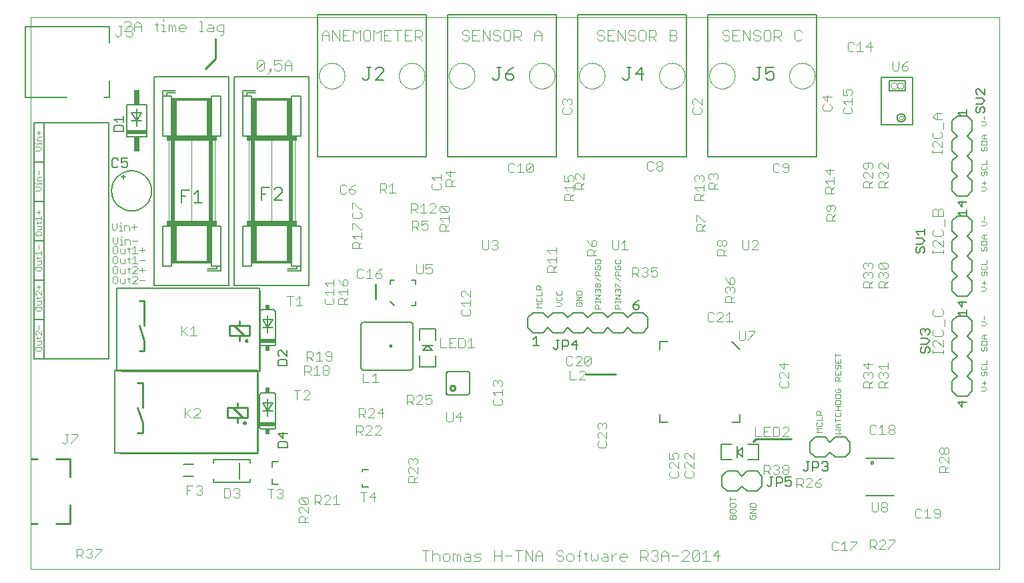
<source format=gto>
G75*
G70*
%OFA0B0*%
%FSLAX24Y24*%
%IPPOS*%
%LPD*%
%AMOC8*
5,1,8,0,0,1.08239X$1,22.5*
%
%ADD10C,0.0000*%
%ADD11C,0.0040*%
%ADD12C,0.0030*%
%ADD13C,0.0100*%
%ADD14C,0.0060*%
%ADD15R,0.1000X0.0200*%
%ADD16R,0.0300X0.0750*%
%ADD17C,0.0050*%
%ADD18R,0.0800X0.0200*%
%ADD19R,0.0200X0.0250*%
%ADD20C,0.0020*%
%ADD21R,0.1600X0.0150*%
%ADD22R,0.0050X0.0350*%
%ADD23R,0.0450X0.0250*%
%ADD24R,0.1600X0.0250*%
%ADD25R,0.0200X0.4000*%
%ADD26R,0.0050X0.1550*%
%ADD27R,0.0200X0.1900*%
%ADD28C,0.0070*%
%ADD29C,0.0080*%
%ADD30C,0.0010*%
D10*
X025613Y013467D02*
X025613Y041026D01*
X074038Y041026D01*
X074038Y013467D01*
X025613Y013467D01*
X069017Y036021D02*
X069019Y036040D01*
X069024Y036059D01*
X069034Y036075D01*
X069046Y036090D01*
X069061Y036102D01*
X069077Y036112D01*
X069096Y036117D01*
X069115Y036119D01*
X069134Y036117D01*
X069153Y036112D01*
X069169Y036102D01*
X069184Y036090D01*
X069196Y036075D01*
X069206Y036059D01*
X069211Y036040D01*
X069213Y036021D01*
X069211Y036002D01*
X069206Y035983D01*
X069196Y035967D01*
X069184Y035952D01*
X069169Y035940D01*
X069153Y035930D01*
X069134Y035925D01*
X069115Y035923D01*
X069096Y035925D01*
X069077Y035930D01*
X069061Y035940D01*
X069046Y035952D01*
X069034Y035967D01*
X069024Y035983D01*
X069019Y036002D01*
X069017Y036021D01*
X068919Y037617D02*
X068921Y037642D01*
X068927Y037666D01*
X068936Y037688D01*
X068949Y037709D01*
X068965Y037728D01*
X068984Y037744D01*
X069005Y037757D01*
X069027Y037766D01*
X069051Y037772D01*
X069076Y037774D01*
X069101Y037772D01*
X069125Y037766D01*
X069147Y037757D01*
X069168Y037744D01*
X069187Y037728D01*
X069203Y037709D01*
X069216Y037688D01*
X069225Y037666D01*
X069231Y037642D01*
X069233Y037617D01*
X069231Y037592D01*
X069225Y037568D01*
X069216Y037546D01*
X069203Y037525D01*
X069187Y037506D01*
X069168Y037490D01*
X069147Y037477D01*
X069125Y037468D01*
X069101Y037462D01*
X069076Y037460D01*
X069051Y037462D01*
X069027Y037468D01*
X069005Y037477D01*
X068984Y037490D01*
X068965Y037506D01*
X068949Y037525D01*
X068936Y037546D01*
X068927Y037568D01*
X068921Y037592D01*
X068919Y037617D01*
X068604Y037617D02*
X068606Y037642D01*
X068612Y037666D01*
X068621Y037688D01*
X068634Y037709D01*
X068650Y037728D01*
X068669Y037744D01*
X068690Y037757D01*
X068712Y037766D01*
X068736Y037772D01*
X068761Y037774D01*
X068786Y037772D01*
X068810Y037766D01*
X068832Y037757D01*
X068853Y037744D01*
X068872Y037728D01*
X068888Y037709D01*
X068901Y037688D01*
X068910Y037666D01*
X068916Y037642D01*
X068918Y037617D01*
X068916Y037592D01*
X068910Y037568D01*
X068901Y037546D01*
X068888Y037525D01*
X068872Y037506D01*
X068853Y037490D01*
X068832Y037477D01*
X068810Y037468D01*
X068786Y037462D01*
X068761Y037460D01*
X068736Y037462D01*
X068712Y037468D01*
X068690Y037477D01*
X068669Y037490D01*
X068650Y037506D01*
X068634Y037525D01*
X068621Y037546D01*
X068612Y037568D01*
X068606Y037592D01*
X068604Y037617D01*
X063528Y038117D02*
X063530Y038167D01*
X063536Y038217D01*
X063546Y038266D01*
X063559Y038315D01*
X063577Y038362D01*
X063598Y038408D01*
X063622Y038451D01*
X063650Y038493D01*
X063681Y038533D01*
X063715Y038570D01*
X063752Y038604D01*
X063792Y038635D01*
X063834Y038663D01*
X063877Y038687D01*
X063923Y038708D01*
X063970Y038726D01*
X064019Y038739D01*
X064068Y038749D01*
X064118Y038755D01*
X064168Y038757D01*
X064218Y038755D01*
X064268Y038749D01*
X064317Y038739D01*
X064366Y038726D01*
X064413Y038708D01*
X064459Y038687D01*
X064502Y038663D01*
X064544Y038635D01*
X064584Y038604D01*
X064621Y038570D01*
X064655Y038533D01*
X064686Y038493D01*
X064714Y038451D01*
X064738Y038408D01*
X064759Y038362D01*
X064777Y038315D01*
X064790Y038266D01*
X064800Y038217D01*
X064806Y038167D01*
X064808Y038117D01*
X064806Y038067D01*
X064800Y038017D01*
X064790Y037968D01*
X064777Y037919D01*
X064759Y037872D01*
X064738Y037826D01*
X064714Y037783D01*
X064686Y037741D01*
X064655Y037701D01*
X064621Y037664D01*
X064584Y037630D01*
X064544Y037599D01*
X064502Y037571D01*
X064459Y037547D01*
X064413Y037526D01*
X064366Y037508D01*
X064317Y037495D01*
X064268Y037485D01*
X064218Y037479D01*
X064168Y037477D01*
X064118Y037479D01*
X064068Y037485D01*
X064019Y037495D01*
X063970Y037508D01*
X063923Y037526D01*
X063877Y037547D01*
X063834Y037571D01*
X063792Y037599D01*
X063752Y037630D01*
X063715Y037664D01*
X063681Y037701D01*
X063650Y037741D01*
X063622Y037783D01*
X063598Y037826D01*
X063577Y037872D01*
X063559Y037919D01*
X063546Y037968D01*
X063536Y038017D01*
X063530Y038067D01*
X063528Y038117D01*
X059528Y038117D02*
X059530Y038167D01*
X059536Y038217D01*
X059546Y038266D01*
X059559Y038315D01*
X059577Y038362D01*
X059598Y038408D01*
X059622Y038451D01*
X059650Y038493D01*
X059681Y038533D01*
X059715Y038570D01*
X059752Y038604D01*
X059792Y038635D01*
X059834Y038663D01*
X059877Y038687D01*
X059923Y038708D01*
X059970Y038726D01*
X060019Y038739D01*
X060068Y038749D01*
X060118Y038755D01*
X060168Y038757D01*
X060218Y038755D01*
X060268Y038749D01*
X060317Y038739D01*
X060366Y038726D01*
X060413Y038708D01*
X060459Y038687D01*
X060502Y038663D01*
X060544Y038635D01*
X060584Y038604D01*
X060621Y038570D01*
X060655Y038533D01*
X060686Y038493D01*
X060714Y038451D01*
X060738Y038408D01*
X060759Y038362D01*
X060777Y038315D01*
X060790Y038266D01*
X060800Y038217D01*
X060806Y038167D01*
X060808Y038117D01*
X060806Y038067D01*
X060800Y038017D01*
X060790Y037968D01*
X060777Y037919D01*
X060759Y037872D01*
X060738Y037826D01*
X060714Y037783D01*
X060686Y037741D01*
X060655Y037701D01*
X060621Y037664D01*
X060584Y037630D01*
X060544Y037599D01*
X060502Y037571D01*
X060459Y037547D01*
X060413Y037526D01*
X060366Y037508D01*
X060317Y037495D01*
X060268Y037485D01*
X060218Y037479D01*
X060168Y037477D01*
X060118Y037479D01*
X060068Y037485D01*
X060019Y037495D01*
X059970Y037508D01*
X059923Y037526D01*
X059877Y037547D01*
X059834Y037571D01*
X059792Y037599D01*
X059752Y037630D01*
X059715Y037664D01*
X059681Y037701D01*
X059650Y037741D01*
X059622Y037783D01*
X059598Y037826D01*
X059577Y037872D01*
X059559Y037919D01*
X059546Y037968D01*
X059536Y038017D01*
X059530Y038067D01*
X059528Y038117D01*
X057028Y038117D02*
X057030Y038167D01*
X057036Y038217D01*
X057046Y038266D01*
X057059Y038315D01*
X057077Y038362D01*
X057098Y038408D01*
X057122Y038451D01*
X057150Y038493D01*
X057181Y038533D01*
X057215Y038570D01*
X057252Y038604D01*
X057292Y038635D01*
X057334Y038663D01*
X057377Y038687D01*
X057423Y038708D01*
X057470Y038726D01*
X057519Y038739D01*
X057568Y038749D01*
X057618Y038755D01*
X057668Y038757D01*
X057718Y038755D01*
X057768Y038749D01*
X057817Y038739D01*
X057866Y038726D01*
X057913Y038708D01*
X057959Y038687D01*
X058002Y038663D01*
X058044Y038635D01*
X058084Y038604D01*
X058121Y038570D01*
X058155Y038533D01*
X058186Y038493D01*
X058214Y038451D01*
X058238Y038408D01*
X058259Y038362D01*
X058277Y038315D01*
X058290Y038266D01*
X058300Y038217D01*
X058306Y038167D01*
X058308Y038117D01*
X058306Y038067D01*
X058300Y038017D01*
X058290Y037968D01*
X058277Y037919D01*
X058259Y037872D01*
X058238Y037826D01*
X058214Y037783D01*
X058186Y037741D01*
X058155Y037701D01*
X058121Y037664D01*
X058084Y037630D01*
X058044Y037599D01*
X058002Y037571D01*
X057959Y037547D01*
X057913Y037526D01*
X057866Y037508D01*
X057817Y037495D01*
X057768Y037485D01*
X057718Y037479D01*
X057668Y037477D01*
X057618Y037479D01*
X057568Y037485D01*
X057519Y037495D01*
X057470Y037508D01*
X057423Y037526D01*
X057377Y037547D01*
X057334Y037571D01*
X057292Y037599D01*
X057252Y037630D01*
X057215Y037664D01*
X057181Y037701D01*
X057150Y037741D01*
X057122Y037783D01*
X057098Y037826D01*
X057077Y037872D01*
X057059Y037919D01*
X057046Y037968D01*
X057036Y038017D01*
X057030Y038067D01*
X057028Y038117D01*
X053028Y038117D02*
X053030Y038167D01*
X053036Y038217D01*
X053046Y038266D01*
X053059Y038315D01*
X053077Y038362D01*
X053098Y038408D01*
X053122Y038451D01*
X053150Y038493D01*
X053181Y038533D01*
X053215Y038570D01*
X053252Y038604D01*
X053292Y038635D01*
X053334Y038663D01*
X053377Y038687D01*
X053423Y038708D01*
X053470Y038726D01*
X053519Y038739D01*
X053568Y038749D01*
X053618Y038755D01*
X053668Y038757D01*
X053718Y038755D01*
X053768Y038749D01*
X053817Y038739D01*
X053866Y038726D01*
X053913Y038708D01*
X053959Y038687D01*
X054002Y038663D01*
X054044Y038635D01*
X054084Y038604D01*
X054121Y038570D01*
X054155Y038533D01*
X054186Y038493D01*
X054214Y038451D01*
X054238Y038408D01*
X054259Y038362D01*
X054277Y038315D01*
X054290Y038266D01*
X054300Y038217D01*
X054306Y038167D01*
X054308Y038117D01*
X054306Y038067D01*
X054300Y038017D01*
X054290Y037968D01*
X054277Y037919D01*
X054259Y037872D01*
X054238Y037826D01*
X054214Y037783D01*
X054186Y037741D01*
X054155Y037701D01*
X054121Y037664D01*
X054084Y037630D01*
X054044Y037599D01*
X054002Y037571D01*
X053959Y037547D01*
X053913Y037526D01*
X053866Y037508D01*
X053817Y037495D01*
X053768Y037485D01*
X053718Y037479D01*
X053668Y037477D01*
X053618Y037479D01*
X053568Y037485D01*
X053519Y037495D01*
X053470Y037508D01*
X053423Y037526D01*
X053377Y037547D01*
X053334Y037571D01*
X053292Y037599D01*
X053252Y037630D01*
X053215Y037664D01*
X053181Y037701D01*
X053150Y037741D01*
X053122Y037783D01*
X053098Y037826D01*
X053077Y037872D01*
X053059Y037919D01*
X053046Y037968D01*
X053036Y038017D01*
X053030Y038067D01*
X053028Y038117D01*
X050528Y038117D02*
X050530Y038167D01*
X050536Y038217D01*
X050546Y038266D01*
X050559Y038315D01*
X050577Y038362D01*
X050598Y038408D01*
X050622Y038451D01*
X050650Y038493D01*
X050681Y038533D01*
X050715Y038570D01*
X050752Y038604D01*
X050792Y038635D01*
X050834Y038663D01*
X050877Y038687D01*
X050923Y038708D01*
X050970Y038726D01*
X051019Y038739D01*
X051068Y038749D01*
X051118Y038755D01*
X051168Y038757D01*
X051218Y038755D01*
X051268Y038749D01*
X051317Y038739D01*
X051366Y038726D01*
X051413Y038708D01*
X051459Y038687D01*
X051502Y038663D01*
X051544Y038635D01*
X051584Y038604D01*
X051621Y038570D01*
X051655Y038533D01*
X051686Y038493D01*
X051714Y038451D01*
X051738Y038408D01*
X051759Y038362D01*
X051777Y038315D01*
X051790Y038266D01*
X051800Y038217D01*
X051806Y038167D01*
X051808Y038117D01*
X051806Y038067D01*
X051800Y038017D01*
X051790Y037968D01*
X051777Y037919D01*
X051759Y037872D01*
X051738Y037826D01*
X051714Y037783D01*
X051686Y037741D01*
X051655Y037701D01*
X051621Y037664D01*
X051584Y037630D01*
X051544Y037599D01*
X051502Y037571D01*
X051459Y037547D01*
X051413Y037526D01*
X051366Y037508D01*
X051317Y037495D01*
X051268Y037485D01*
X051218Y037479D01*
X051168Y037477D01*
X051118Y037479D01*
X051068Y037485D01*
X051019Y037495D01*
X050970Y037508D01*
X050923Y037526D01*
X050877Y037547D01*
X050834Y037571D01*
X050792Y037599D01*
X050752Y037630D01*
X050715Y037664D01*
X050681Y037701D01*
X050650Y037741D01*
X050622Y037783D01*
X050598Y037826D01*
X050577Y037872D01*
X050559Y037919D01*
X050546Y037968D01*
X050536Y038017D01*
X050530Y038067D01*
X050528Y038117D01*
X046528Y038117D02*
X046530Y038167D01*
X046536Y038217D01*
X046546Y038266D01*
X046559Y038315D01*
X046577Y038362D01*
X046598Y038408D01*
X046622Y038451D01*
X046650Y038493D01*
X046681Y038533D01*
X046715Y038570D01*
X046752Y038604D01*
X046792Y038635D01*
X046834Y038663D01*
X046877Y038687D01*
X046923Y038708D01*
X046970Y038726D01*
X047019Y038739D01*
X047068Y038749D01*
X047118Y038755D01*
X047168Y038757D01*
X047218Y038755D01*
X047268Y038749D01*
X047317Y038739D01*
X047366Y038726D01*
X047413Y038708D01*
X047459Y038687D01*
X047502Y038663D01*
X047544Y038635D01*
X047584Y038604D01*
X047621Y038570D01*
X047655Y038533D01*
X047686Y038493D01*
X047714Y038451D01*
X047738Y038408D01*
X047759Y038362D01*
X047777Y038315D01*
X047790Y038266D01*
X047800Y038217D01*
X047806Y038167D01*
X047808Y038117D01*
X047806Y038067D01*
X047800Y038017D01*
X047790Y037968D01*
X047777Y037919D01*
X047759Y037872D01*
X047738Y037826D01*
X047714Y037783D01*
X047686Y037741D01*
X047655Y037701D01*
X047621Y037664D01*
X047584Y037630D01*
X047544Y037599D01*
X047502Y037571D01*
X047459Y037547D01*
X047413Y037526D01*
X047366Y037508D01*
X047317Y037495D01*
X047268Y037485D01*
X047218Y037479D01*
X047168Y037477D01*
X047118Y037479D01*
X047068Y037485D01*
X047019Y037495D01*
X046970Y037508D01*
X046923Y037526D01*
X046877Y037547D01*
X046834Y037571D01*
X046792Y037599D01*
X046752Y037630D01*
X046715Y037664D01*
X046681Y037701D01*
X046650Y037741D01*
X046622Y037783D01*
X046598Y037826D01*
X046577Y037872D01*
X046559Y037919D01*
X046546Y037968D01*
X046536Y038017D01*
X046530Y038067D01*
X046528Y038117D01*
X044028Y038117D02*
X044030Y038167D01*
X044036Y038217D01*
X044046Y038266D01*
X044059Y038315D01*
X044077Y038362D01*
X044098Y038408D01*
X044122Y038451D01*
X044150Y038493D01*
X044181Y038533D01*
X044215Y038570D01*
X044252Y038604D01*
X044292Y038635D01*
X044334Y038663D01*
X044377Y038687D01*
X044423Y038708D01*
X044470Y038726D01*
X044519Y038739D01*
X044568Y038749D01*
X044618Y038755D01*
X044668Y038757D01*
X044718Y038755D01*
X044768Y038749D01*
X044817Y038739D01*
X044866Y038726D01*
X044913Y038708D01*
X044959Y038687D01*
X045002Y038663D01*
X045044Y038635D01*
X045084Y038604D01*
X045121Y038570D01*
X045155Y038533D01*
X045186Y038493D01*
X045214Y038451D01*
X045238Y038408D01*
X045259Y038362D01*
X045277Y038315D01*
X045290Y038266D01*
X045300Y038217D01*
X045306Y038167D01*
X045308Y038117D01*
X045306Y038067D01*
X045300Y038017D01*
X045290Y037968D01*
X045277Y037919D01*
X045259Y037872D01*
X045238Y037826D01*
X045214Y037783D01*
X045186Y037741D01*
X045155Y037701D01*
X045121Y037664D01*
X045084Y037630D01*
X045044Y037599D01*
X045002Y037571D01*
X044959Y037547D01*
X044913Y037526D01*
X044866Y037508D01*
X044817Y037495D01*
X044768Y037485D01*
X044718Y037479D01*
X044668Y037477D01*
X044618Y037479D01*
X044568Y037485D01*
X044519Y037495D01*
X044470Y037508D01*
X044423Y037526D01*
X044377Y037547D01*
X044334Y037571D01*
X044292Y037599D01*
X044252Y037630D01*
X044215Y037664D01*
X044181Y037701D01*
X044150Y037741D01*
X044122Y037783D01*
X044098Y037826D01*
X044077Y037872D01*
X044059Y037919D01*
X044046Y037968D01*
X044036Y038017D01*
X044030Y038067D01*
X044028Y038117D01*
X040028Y038117D02*
X040030Y038167D01*
X040036Y038217D01*
X040046Y038266D01*
X040059Y038315D01*
X040077Y038362D01*
X040098Y038408D01*
X040122Y038451D01*
X040150Y038493D01*
X040181Y038533D01*
X040215Y038570D01*
X040252Y038604D01*
X040292Y038635D01*
X040334Y038663D01*
X040377Y038687D01*
X040423Y038708D01*
X040470Y038726D01*
X040519Y038739D01*
X040568Y038749D01*
X040618Y038755D01*
X040668Y038757D01*
X040718Y038755D01*
X040768Y038749D01*
X040817Y038739D01*
X040866Y038726D01*
X040913Y038708D01*
X040959Y038687D01*
X041002Y038663D01*
X041044Y038635D01*
X041084Y038604D01*
X041121Y038570D01*
X041155Y038533D01*
X041186Y038493D01*
X041214Y038451D01*
X041238Y038408D01*
X041259Y038362D01*
X041277Y038315D01*
X041290Y038266D01*
X041300Y038217D01*
X041306Y038167D01*
X041308Y038117D01*
X041306Y038067D01*
X041300Y038017D01*
X041290Y037968D01*
X041277Y037919D01*
X041259Y037872D01*
X041238Y037826D01*
X041214Y037783D01*
X041186Y037741D01*
X041155Y037701D01*
X041121Y037664D01*
X041084Y037630D01*
X041044Y037599D01*
X041002Y037571D01*
X040959Y037547D01*
X040913Y037526D01*
X040866Y037508D01*
X040817Y037495D01*
X040768Y037485D01*
X040718Y037479D01*
X040668Y037477D01*
X040618Y037479D01*
X040568Y037485D01*
X040519Y037495D01*
X040470Y037508D01*
X040423Y037526D01*
X040377Y037547D01*
X040334Y037571D01*
X040292Y037599D01*
X040252Y037630D01*
X040215Y037664D01*
X040181Y037701D01*
X040150Y037741D01*
X040122Y037783D01*
X040098Y037826D01*
X040077Y037872D01*
X040059Y037919D01*
X040046Y037968D01*
X040036Y038017D01*
X040030Y038067D01*
X040028Y038117D01*
D11*
X038660Y038387D02*
X038660Y038734D01*
X038487Y038907D01*
X038313Y038734D01*
X038313Y038387D01*
X038145Y038474D02*
X038058Y038387D01*
X037884Y038387D01*
X037798Y038474D01*
X037627Y038474D02*
X037541Y038474D01*
X037541Y038387D01*
X037627Y038387D01*
X037627Y038474D01*
X037627Y038387D02*
X037454Y038214D01*
X037198Y038387D02*
X037025Y038387D01*
X036938Y038474D01*
X037285Y038821D01*
X037285Y038474D01*
X037198Y038387D01*
X036938Y038474D02*
X036938Y038821D01*
X037025Y038907D01*
X037198Y038907D01*
X037285Y038821D01*
X037798Y038907D02*
X037798Y038647D01*
X037971Y038734D01*
X038058Y038734D01*
X038145Y038647D01*
X038145Y038474D01*
X038313Y038647D02*
X038660Y038647D01*
X038145Y038907D02*
X037798Y038907D01*
X040188Y039887D02*
X040188Y040234D01*
X040362Y040407D01*
X040535Y040234D01*
X040535Y039887D01*
X040704Y039887D02*
X040704Y040407D01*
X041051Y039887D01*
X041051Y040407D01*
X041219Y040407D02*
X041219Y039887D01*
X041566Y039887D01*
X041735Y039887D02*
X041735Y040407D01*
X041909Y040234D01*
X042082Y040407D01*
X042082Y039887D01*
X042251Y039974D02*
X042337Y039887D01*
X042511Y039887D01*
X042598Y039974D01*
X042598Y040321D01*
X042511Y040407D01*
X042337Y040407D01*
X042251Y040321D01*
X042251Y039974D01*
X042766Y039887D02*
X042766Y040407D01*
X042940Y040234D01*
X043113Y040407D01*
X043113Y039887D01*
X043282Y039887D02*
X043629Y039887D01*
X043456Y040147D02*
X043282Y040147D01*
X043282Y040407D02*
X043282Y039887D01*
X043282Y040407D02*
X043629Y040407D01*
X043798Y040407D02*
X044145Y040407D01*
X044313Y040407D02*
X044313Y039887D01*
X044660Y039887D01*
X044829Y039887D02*
X044829Y040407D01*
X045089Y040407D01*
X045176Y040321D01*
X045176Y040147D01*
X045089Y040060D01*
X044829Y040060D01*
X045002Y040060D02*
X045176Y039887D01*
X044660Y040407D02*
X044313Y040407D01*
X044313Y040147D02*
X044487Y040147D01*
X043971Y039887D02*
X043971Y040407D01*
X041566Y040407D02*
X041219Y040407D01*
X041219Y040147D02*
X041393Y040147D01*
X040535Y040147D02*
X040188Y040147D01*
X035270Y040240D02*
X035270Y040674D01*
X035009Y040674D01*
X034923Y040587D01*
X034923Y040414D01*
X035009Y040327D01*
X035270Y040327D01*
X035270Y040240D02*
X035183Y040154D01*
X035096Y040154D01*
X034754Y040327D02*
X034754Y040587D01*
X034667Y040674D01*
X034494Y040674D01*
X034494Y040500D02*
X034754Y040500D01*
X034754Y040327D02*
X034494Y040327D01*
X034407Y040414D01*
X034494Y040500D01*
X034237Y040327D02*
X034063Y040327D01*
X034150Y040327D02*
X034150Y040847D01*
X034063Y040847D01*
X033379Y040587D02*
X033379Y040500D01*
X033032Y040500D01*
X033032Y040414D02*
X033032Y040587D01*
X033119Y040674D01*
X033292Y040674D01*
X033379Y040587D01*
X033292Y040327D02*
X033119Y040327D01*
X033032Y040414D01*
X032863Y040327D02*
X032863Y040587D01*
X032776Y040674D01*
X032690Y040587D01*
X032690Y040327D01*
X032516Y040327D02*
X032516Y040674D01*
X032603Y040674D01*
X032690Y040587D01*
X032346Y040327D02*
X032172Y040327D01*
X032259Y040327D02*
X032259Y040674D01*
X032172Y040674D01*
X032002Y040674D02*
X031829Y040674D01*
X031915Y040761D02*
X031915Y040414D01*
X032002Y040327D01*
X032259Y040847D02*
X032259Y040934D01*
X031144Y040674D02*
X031144Y040327D01*
X031144Y040587D02*
X030797Y040587D01*
X030797Y040674D02*
X030971Y040847D01*
X031144Y040674D01*
X030797Y040674D02*
X030797Y040327D01*
X030716Y040250D02*
X030716Y040164D01*
X030630Y040077D01*
X030456Y040077D01*
X030369Y040164D01*
X030282Y040327D02*
X030629Y040674D01*
X030629Y040761D01*
X030542Y040847D01*
X030369Y040847D01*
X030282Y040761D01*
X030201Y040597D02*
X030027Y040597D01*
X030114Y040597D02*
X030114Y040164D01*
X030027Y040077D01*
X029940Y040077D01*
X029854Y040164D01*
X030282Y040327D02*
X030629Y040327D01*
X030630Y040337D02*
X030716Y040250D01*
X030630Y040337D02*
X030543Y040337D01*
X030630Y040337D02*
X030716Y040424D01*
X030716Y040511D01*
X030630Y040597D01*
X030456Y040597D01*
X030369Y040511D01*
X047188Y040321D02*
X047188Y040234D01*
X047275Y040147D01*
X047448Y040147D01*
X047535Y040060D01*
X047535Y039974D01*
X047448Y039887D01*
X047275Y039887D01*
X047188Y039974D01*
X047188Y040321D02*
X047275Y040407D01*
X047448Y040407D01*
X047535Y040321D01*
X047704Y040407D02*
X047704Y039887D01*
X048051Y039887D01*
X048219Y039887D02*
X048219Y040407D01*
X048566Y039887D01*
X048566Y040407D01*
X048735Y040321D02*
X048735Y040234D01*
X048822Y040147D01*
X048995Y040147D01*
X049082Y040060D01*
X049082Y039974D01*
X048995Y039887D01*
X048822Y039887D01*
X048735Y039974D01*
X048735Y040321D02*
X048822Y040407D01*
X048995Y040407D01*
X049082Y040321D01*
X049251Y040321D02*
X049251Y039974D01*
X049337Y039887D01*
X049511Y039887D01*
X049598Y039974D01*
X049598Y040321D01*
X049511Y040407D01*
X049337Y040407D01*
X049251Y040321D01*
X049766Y040407D02*
X050027Y040407D01*
X050113Y040321D01*
X050113Y040147D01*
X050027Y040060D01*
X049766Y040060D01*
X049766Y039887D02*
X049766Y040407D01*
X049940Y040060D02*
X050113Y039887D01*
X050798Y039887D02*
X050798Y040234D01*
X050971Y040407D01*
X051145Y040234D01*
X051145Y039887D01*
X051145Y040147D02*
X050798Y040147D01*
X048051Y040407D02*
X047704Y040407D01*
X047704Y040147D02*
X047877Y040147D01*
X053938Y040234D02*
X054025Y040147D01*
X054198Y040147D01*
X054285Y040060D01*
X054285Y039974D01*
X054198Y039887D01*
X054025Y039887D01*
X053938Y039974D01*
X053938Y040234D02*
X053938Y040321D01*
X054025Y040407D01*
X054198Y040407D01*
X054285Y040321D01*
X054454Y040407D02*
X054454Y039887D01*
X054801Y039887D01*
X054969Y039887D02*
X054969Y040407D01*
X055316Y039887D01*
X055316Y040407D01*
X055485Y040321D02*
X055485Y040234D01*
X055572Y040147D01*
X055745Y040147D01*
X055832Y040060D01*
X055832Y039974D01*
X055745Y039887D01*
X055572Y039887D01*
X055485Y039974D01*
X055485Y040321D02*
X055572Y040407D01*
X055745Y040407D01*
X055832Y040321D01*
X056001Y040321D02*
X056001Y039974D01*
X056087Y039887D01*
X056261Y039887D01*
X056348Y039974D01*
X056348Y040321D01*
X056261Y040407D01*
X056087Y040407D01*
X056001Y040321D01*
X056516Y040407D02*
X056516Y039887D01*
X056516Y040060D02*
X056777Y040060D01*
X056863Y040147D01*
X056863Y040321D01*
X056777Y040407D01*
X056516Y040407D01*
X056690Y040060D02*
X056863Y039887D01*
X057548Y039887D02*
X057548Y040407D01*
X057808Y040407D01*
X057895Y040321D01*
X057895Y040234D01*
X057808Y040147D01*
X057548Y040147D01*
X057808Y040147D02*
X057895Y040060D01*
X057895Y039974D01*
X057808Y039887D01*
X057548Y039887D01*
X060188Y039974D02*
X060275Y039887D01*
X060448Y039887D01*
X060535Y039974D01*
X060535Y040060D01*
X060448Y040147D01*
X060275Y040147D01*
X060188Y040234D01*
X060188Y040321D01*
X060275Y040407D01*
X060448Y040407D01*
X060535Y040321D01*
X060704Y040407D02*
X060704Y039887D01*
X061051Y039887D01*
X061219Y039887D02*
X061219Y040407D01*
X061566Y039887D01*
X061566Y040407D01*
X061735Y040321D02*
X061735Y040234D01*
X061822Y040147D01*
X061995Y040147D01*
X062082Y040060D01*
X062082Y039974D01*
X061995Y039887D01*
X061822Y039887D01*
X061735Y039974D01*
X061735Y040321D02*
X061822Y040407D01*
X061995Y040407D01*
X062082Y040321D01*
X062251Y040321D02*
X062251Y039974D01*
X062337Y039887D01*
X062511Y039887D01*
X062598Y039974D01*
X062598Y040321D01*
X062511Y040407D01*
X062337Y040407D01*
X062251Y040321D01*
X062766Y040407D02*
X062766Y039887D01*
X062766Y040060D02*
X063027Y040060D01*
X063113Y040147D01*
X063113Y040321D01*
X063027Y040407D01*
X062766Y040407D01*
X062940Y040060D02*
X063113Y039887D01*
X063798Y039974D02*
X063798Y040321D01*
X063884Y040407D01*
X064058Y040407D01*
X064145Y040321D01*
X064145Y039974D02*
X064058Y039887D01*
X063884Y039887D01*
X063798Y039974D01*
X066447Y039721D02*
X066447Y039415D01*
X066524Y039338D01*
X066677Y039338D01*
X066754Y039415D01*
X066907Y039338D02*
X067214Y039338D01*
X067061Y039338D02*
X067061Y039798D01*
X066907Y039645D01*
X066754Y039721D02*
X066677Y039798D01*
X066524Y039798D01*
X066447Y039721D01*
X067368Y039568D02*
X067674Y039568D01*
X067598Y039798D02*
X067368Y039568D01*
X067598Y039338D02*
X067598Y039798D01*
X068688Y038847D02*
X068688Y038464D01*
X068765Y038387D01*
X068918Y038387D01*
X068995Y038464D01*
X068995Y038847D01*
X069149Y038617D02*
X069379Y038617D01*
X069456Y038540D01*
X069456Y038464D01*
X069379Y038387D01*
X069225Y038387D01*
X069149Y038464D01*
X069149Y038617D01*
X069302Y038771D01*
X069456Y038847D01*
X066668Y037375D02*
X066592Y037452D01*
X066438Y037452D01*
X066362Y037375D01*
X066362Y037298D01*
X066438Y037145D01*
X066208Y037145D01*
X066208Y037452D01*
X066668Y037375D02*
X066668Y037221D01*
X066592Y037145D01*
X066668Y036991D02*
X066668Y036684D01*
X066668Y036838D02*
X066208Y036838D01*
X066362Y036684D01*
X066285Y036531D02*
X066208Y036454D01*
X066208Y036301D01*
X066285Y036224D01*
X066592Y036224D01*
X066668Y036301D01*
X066668Y036454D01*
X066592Y036531D01*
X065648Y036464D02*
X065648Y036617D01*
X065571Y036694D01*
X065418Y036847D02*
X065418Y037154D01*
X065648Y037078D02*
X065188Y037078D01*
X065418Y036847D01*
X065265Y036694D02*
X065188Y036617D01*
X065188Y036464D01*
X065265Y036387D01*
X065571Y036387D01*
X065648Y036464D01*
X070688Y036080D02*
X070841Y036234D01*
X071148Y036234D01*
X070918Y036234D02*
X070918Y035927D01*
X070841Y035927D02*
X070688Y036080D01*
X070841Y035927D02*
X071148Y035927D01*
X071225Y035773D02*
X071225Y035466D01*
X071071Y035313D02*
X071148Y035236D01*
X071148Y035083D01*
X071071Y035006D01*
X070765Y035006D01*
X070688Y035083D01*
X070688Y035236D01*
X070765Y035313D01*
X070765Y034852D02*
X070688Y034776D01*
X070688Y034622D01*
X070765Y034545D01*
X070688Y034392D02*
X070688Y034239D01*
X070688Y034315D02*
X071148Y034315D01*
X071148Y034239D02*
X071148Y034392D01*
X071148Y034545D02*
X070841Y034852D01*
X070765Y034852D01*
X071148Y034852D02*
X071148Y034545D01*
X068443Y033770D02*
X068443Y033463D01*
X068137Y033770D01*
X068060Y033770D01*
X067983Y033694D01*
X067983Y033540D01*
X068060Y033463D01*
X068060Y033310D02*
X068137Y033310D01*
X068213Y033233D01*
X068290Y033310D01*
X068367Y033310D01*
X068443Y033233D01*
X068443Y033080D01*
X068367Y033003D01*
X068443Y032849D02*
X068290Y032696D01*
X068290Y032773D02*
X068290Y032543D01*
X068443Y032543D02*
X067983Y032543D01*
X067983Y032773D01*
X068060Y032849D01*
X068213Y032849D01*
X068290Y032773D01*
X068060Y033003D02*
X067983Y033080D01*
X067983Y033233D01*
X068060Y033310D01*
X068213Y033233D02*
X068213Y033156D01*
X067693Y033310D02*
X067693Y033003D01*
X067387Y033310D01*
X067310Y033310D01*
X067233Y033233D01*
X067233Y033080D01*
X067310Y033003D01*
X067310Y032849D02*
X067463Y032849D01*
X067540Y032773D01*
X067540Y032543D01*
X067540Y032696D02*
X067693Y032849D01*
X067693Y032543D02*
X067233Y032543D01*
X067233Y032773D01*
X067310Y032849D01*
X067310Y033463D02*
X067387Y033463D01*
X067463Y033540D01*
X067463Y033770D01*
X067310Y033770D02*
X067233Y033694D01*
X067233Y033540D01*
X067310Y033463D01*
X067617Y033463D02*
X067693Y033540D01*
X067693Y033694D01*
X067617Y033770D01*
X067310Y033770D01*
X065773Y033407D02*
X065313Y033407D01*
X065543Y033177D01*
X065543Y033484D01*
X065773Y033023D02*
X065773Y032716D01*
X065773Y032563D02*
X065620Y032409D01*
X065620Y032486D02*
X065620Y032256D01*
X065773Y032256D02*
X065313Y032256D01*
X065313Y032486D01*
X065390Y032563D01*
X065543Y032563D01*
X065620Y032486D01*
X065466Y032716D02*
X065313Y032870D01*
X065773Y032870D01*
X065759Y031654D02*
X065452Y031654D01*
X065375Y031578D01*
X065375Y031424D01*
X065452Y031347D01*
X065529Y031347D01*
X065605Y031424D01*
X065605Y031654D01*
X065759Y031654D02*
X065836Y031578D01*
X065836Y031424D01*
X065759Y031347D01*
X065836Y031194D02*
X065682Y031040D01*
X065682Y031117D02*
X065682Y030887D01*
X065836Y030887D02*
X065375Y030887D01*
X065375Y031117D01*
X065452Y031194D01*
X065605Y031194D01*
X065682Y031117D01*
X061956Y029821D02*
X061956Y029744D01*
X061649Y029437D01*
X061956Y029437D01*
X061956Y029821D02*
X061879Y029897D01*
X061725Y029897D01*
X061649Y029821D01*
X061495Y029897D02*
X061495Y029514D01*
X061418Y029437D01*
X061265Y029437D01*
X061188Y029514D01*
X061188Y029897D01*
X060398Y029828D02*
X060398Y029674D01*
X060321Y029597D01*
X060245Y029597D01*
X060168Y029674D01*
X060168Y029828D01*
X060245Y029904D01*
X060321Y029904D01*
X060398Y029828D01*
X060168Y029828D02*
X060091Y029904D01*
X060015Y029904D01*
X059938Y029828D01*
X059938Y029674D01*
X060015Y029597D01*
X060091Y029597D01*
X060168Y029674D01*
X060168Y029444D02*
X060245Y029367D01*
X060245Y029137D01*
X060398Y029137D02*
X059938Y029137D01*
X059938Y029367D01*
X060015Y029444D01*
X060168Y029444D01*
X060245Y029290D02*
X060398Y029444D01*
X059336Y030387D02*
X058875Y030387D01*
X058875Y030617D01*
X058952Y030694D01*
X059105Y030694D01*
X059182Y030617D01*
X059182Y030387D01*
X059182Y030540D02*
X059336Y030694D01*
X059336Y030847D02*
X059259Y030847D01*
X058952Y031154D01*
X058875Y031154D01*
X058875Y030847D01*
X058796Y031911D02*
X058796Y032142D01*
X058872Y032218D01*
X059026Y032218D01*
X059103Y032142D01*
X059103Y031911D01*
X059256Y031911D02*
X058796Y031911D01*
X059103Y032065D02*
X059256Y032218D01*
X059256Y032372D02*
X059256Y032679D01*
X059256Y032525D02*
X058796Y032525D01*
X058949Y032372D01*
X058872Y032832D02*
X058796Y032909D01*
X058796Y033062D01*
X058872Y033139D01*
X058949Y033139D01*
X059026Y033062D01*
X059026Y032986D01*
X059026Y033062D02*
X059103Y033139D01*
X059179Y033139D01*
X059256Y033062D01*
X059256Y032909D01*
X059179Y032832D01*
X059500Y032696D02*
X059500Y032466D01*
X059961Y032466D01*
X059807Y032466D02*
X059807Y032696D01*
X059730Y032773D01*
X059577Y032773D01*
X059500Y032696D01*
X059577Y032927D02*
X059500Y033003D01*
X059500Y033157D01*
X059577Y033234D01*
X059654Y033234D01*
X059730Y033157D01*
X059807Y033234D01*
X059884Y033234D01*
X059961Y033157D01*
X059961Y033003D01*
X059884Y032927D01*
X059961Y032773D02*
X059807Y032620D01*
X059730Y033080D02*
X059730Y033157D01*
X057206Y033464D02*
X057129Y033387D01*
X056975Y033387D01*
X056899Y033464D01*
X056899Y033540D01*
X056975Y033617D01*
X057129Y033617D01*
X057206Y033540D01*
X057206Y033464D01*
X057129Y033617D02*
X057206Y033694D01*
X057206Y033771D01*
X057129Y033847D01*
X056975Y033847D01*
X056899Y033771D01*
X056899Y033694D01*
X056975Y033617D01*
X056745Y033464D02*
X056668Y033387D01*
X056515Y033387D01*
X056438Y033464D01*
X056438Y033771D01*
X056515Y033847D01*
X056668Y033847D01*
X056745Y033771D01*
X053273Y033234D02*
X053273Y032927D01*
X052966Y033234D01*
X052890Y033234D01*
X052813Y033157D01*
X052813Y033003D01*
X052890Y032927D01*
X052756Y032909D02*
X052679Y032832D01*
X052756Y032909D02*
X052756Y033062D01*
X052679Y033139D01*
X052526Y033139D01*
X052449Y033062D01*
X052449Y032986D01*
X052526Y032832D01*
X052296Y032832D01*
X052296Y033139D01*
X052756Y032679D02*
X052756Y032372D01*
X052813Y032466D02*
X052813Y032696D01*
X052890Y032773D01*
X053043Y032773D01*
X053120Y032696D01*
X053120Y032466D01*
X053273Y032466D02*
X052813Y032466D01*
X052756Y032525D02*
X052296Y032525D01*
X052449Y032372D01*
X052372Y032218D02*
X052526Y032218D01*
X052603Y032142D01*
X052603Y031911D01*
X052756Y031911D02*
X052296Y031911D01*
X052296Y032142D01*
X052372Y032218D01*
X052603Y032065D02*
X052756Y032218D01*
X053120Y032620D02*
X053273Y032773D01*
X050711Y033369D02*
X050711Y033676D01*
X050404Y033369D01*
X050481Y033293D01*
X050634Y033293D01*
X050711Y033369D01*
X050404Y033369D02*
X050404Y033676D01*
X050481Y033753D01*
X050634Y033753D01*
X050711Y033676D01*
X050251Y033293D02*
X049944Y033293D01*
X050097Y033293D02*
X050097Y033753D01*
X049944Y033599D01*
X049790Y033676D02*
X049714Y033753D01*
X049560Y033753D01*
X049483Y033676D01*
X049483Y033369D01*
X049560Y033293D01*
X049714Y033293D01*
X049790Y033369D01*
X046818Y033312D02*
X046358Y033312D01*
X046588Y033082D01*
X046588Y033389D01*
X046588Y032929D02*
X046665Y032852D01*
X046665Y032622D01*
X046665Y032775D02*
X046818Y032929D01*
X046588Y032929D02*
X046435Y032929D01*
X046358Y032852D01*
X046358Y032622D01*
X046818Y032622D01*
X046118Y032662D02*
X046118Y032509D01*
X046041Y032432D01*
X045734Y032432D01*
X045657Y032509D01*
X045657Y032662D01*
X045734Y032739D01*
X045811Y032893D02*
X045657Y033046D01*
X046118Y033046D01*
X046118Y032893D02*
X046118Y033200D01*
X046041Y032739D02*
X046118Y032662D01*
X045785Y031736D02*
X045632Y031736D01*
X045555Y031659D01*
X045785Y031736D02*
X045862Y031659D01*
X045862Y031582D01*
X045555Y031275D01*
X045862Y031275D01*
X046063Y031385D02*
X046063Y031538D01*
X046140Y031615D01*
X046446Y031308D01*
X046523Y031385D01*
X046523Y031538D01*
X046446Y031615D01*
X046140Y031615D01*
X046063Y031385D02*
X046140Y031308D01*
X046446Y031308D01*
X046523Y031154D02*
X046523Y030847D01*
X046523Y030694D02*
X046370Y030540D01*
X046370Y030617D02*
X046370Y030387D01*
X046523Y030387D02*
X046063Y030387D01*
X046063Y030617D01*
X046140Y030694D01*
X046293Y030694D01*
X046370Y030617D01*
X046216Y030847D02*
X046063Y031001D01*
X046523Y031001D01*
X045455Y030878D02*
X045148Y030878D01*
X045148Y030648D01*
X045302Y030724D01*
X045378Y030724D01*
X045455Y030648D01*
X045455Y030494D01*
X045378Y030418D01*
X045225Y030418D01*
X045148Y030494D01*
X044995Y030418D02*
X044841Y030571D01*
X044918Y030571D02*
X044688Y030571D01*
X044688Y030418D02*
X044688Y030878D01*
X044918Y030878D01*
X044995Y030801D01*
X044995Y030648D01*
X044918Y030571D01*
X044941Y031275D02*
X044788Y031429D01*
X044864Y031429D02*
X044634Y031429D01*
X044634Y031275D02*
X044634Y031736D01*
X044864Y031736D01*
X044941Y031659D01*
X044941Y031505D01*
X044864Y031429D01*
X045095Y031582D02*
X045248Y031736D01*
X045248Y031275D01*
X045095Y031275D02*
X045402Y031275D01*
X043845Y032275D02*
X043538Y032275D01*
X043385Y032275D02*
X043231Y032429D01*
X043308Y032429D02*
X043078Y032429D01*
X043078Y032275D02*
X043078Y032736D01*
X043308Y032736D01*
X043385Y032659D01*
X043385Y032505D01*
X043308Y032429D01*
X043538Y032582D02*
X043692Y032736D01*
X043692Y032275D01*
X042148Y031472D02*
X042071Y031472D01*
X041765Y031779D01*
X041688Y031779D01*
X041688Y031472D01*
X041765Y031319D02*
X041688Y031242D01*
X041688Y031089D01*
X041765Y031012D01*
X042071Y031012D01*
X042148Y031089D01*
X042148Y031242D01*
X042071Y031319D01*
X041779Y030734D02*
X042086Y030427D01*
X042163Y030427D01*
X042163Y030274D02*
X042163Y029967D01*
X042163Y030120D02*
X041703Y030120D01*
X041856Y029967D01*
X041779Y029813D02*
X041933Y029813D01*
X042009Y029736D01*
X042009Y029506D01*
X042009Y029660D02*
X042163Y029813D01*
X042163Y029506D02*
X041703Y029506D01*
X041703Y029736D01*
X041779Y029813D01*
X041703Y030427D02*
X041703Y030734D01*
X041779Y030734D01*
X041769Y032213D02*
X041845Y032290D01*
X041845Y032366D01*
X041769Y032443D01*
X041538Y032443D01*
X041538Y032290D01*
X041615Y032213D01*
X041769Y032213D01*
X041538Y032443D02*
X041692Y032596D01*
X041845Y032673D01*
X041385Y032596D02*
X041308Y032673D01*
X041155Y032673D01*
X041078Y032596D01*
X041078Y032290D01*
X041155Y032213D01*
X041308Y032213D01*
X041385Y032290D01*
X048188Y029897D02*
X048188Y029514D01*
X048265Y029437D01*
X048418Y029437D01*
X048495Y029514D01*
X048495Y029897D01*
X048649Y029821D02*
X048725Y029897D01*
X048879Y029897D01*
X048956Y029821D01*
X048956Y029744D01*
X048879Y029667D01*
X048956Y029590D01*
X048956Y029514D01*
X048879Y029437D01*
X048725Y029437D01*
X048649Y029514D01*
X048802Y029667D02*
X048879Y029667D01*
X051438Y029393D02*
X051591Y029239D01*
X051438Y029393D02*
X051898Y029393D01*
X051898Y029546D02*
X051898Y029239D01*
X051898Y029086D02*
X051898Y028779D01*
X051898Y028932D02*
X051438Y028932D01*
X051591Y028779D01*
X051515Y028625D02*
X051668Y028625D01*
X051745Y028549D01*
X051745Y028318D01*
X051898Y028318D02*
X051438Y028318D01*
X051438Y028549D01*
X051515Y028625D01*
X051745Y028472D02*
X051898Y028625D01*
X053438Y029137D02*
X053438Y029367D01*
X053515Y029444D01*
X053668Y029444D01*
X053745Y029367D01*
X053745Y029137D01*
X053898Y029137D02*
X053438Y029137D01*
X053745Y029290D02*
X053898Y029444D01*
X053821Y029597D02*
X053898Y029674D01*
X053898Y029828D01*
X053821Y029904D01*
X053745Y029904D01*
X053668Y029828D01*
X053668Y029597D01*
X053821Y029597D01*
X053668Y029597D02*
X053515Y029751D01*
X053438Y029904D01*
X054688Y029897D02*
X054688Y029514D01*
X054765Y029437D01*
X054918Y029437D01*
X054995Y029514D01*
X054995Y029897D01*
X055149Y029744D02*
X055302Y029897D01*
X055302Y029437D01*
X055149Y029437D02*
X055456Y029437D01*
X055697Y028548D02*
X055927Y028548D01*
X056004Y028471D01*
X056004Y028318D01*
X055927Y028241D01*
X055697Y028241D01*
X055697Y028088D02*
X055697Y028548D01*
X055850Y028241D02*
X056004Y028088D01*
X056157Y028165D02*
X056234Y028088D01*
X056387Y028088D01*
X056464Y028165D01*
X056464Y028241D01*
X056387Y028318D01*
X056311Y028318D01*
X056387Y028318D02*
X056464Y028395D01*
X056464Y028471D01*
X056387Y028548D01*
X056234Y028548D01*
X056157Y028471D01*
X056618Y028548D02*
X056618Y028318D01*
X056771Y028395D01*
X056848Y028395D01*
X056924Y028318D01*
X056924Y028165D01*
X056848Y028088D01*
X056694Y028088D01*
X056618Y028165D01*
X056618Y028548D02*
X056924Y028548D01*
X060332Y028029D02*
X060409Y027875D01*
X060562Y027722D01*
X060562Y027952D01*
X060639Y028029D01*
X060716Y028029D01*
X060793Y027952D01*
X060793Y027799D01*
X060716Y027722D01*
X060562Y027722D01*
X060486Y027568D02*
X060409Y027568D01*
X060332Y027492D01*
X060332Y027338D01*
X060409Y027261D01*
X060409Y027108D02*
X060562Y027108D01*
X060639Y027031D01*
X060639Y026801D01*
X060639Y026955D02*
X060793Y027108D01*
X060716Y027261D02*
X060793Y027338D01*
X060793Y027492D01*
X060716Y027568D01*
X060639Y027568D01*
X060562Y027492D01*
X060562Y027415D01*
X060562Y027492D02*
X060486Y027568D01*
X060409Y027108D02*
X060332Y027031D01*
X060332Y026801D01*
X060793Y026801D01*
X060521Y026298D02*
X060368Y026145D01*
X060214Y026145D02*
X060214Y026221D01*
X060137Y026298D01*
X059984Y026298D01*
X059907Y026221D01*
X059754Y026221D02*
X059677Y026298D01*
X059524Y026298D01*
X059447Y026221D01*
X059447Y025915D01*
X059524Y025838D01*
X059677Y025838D01*
X059754Y025915D01*
X059907Y025838D02*
X060214Y026145D01*
X060214Y025838D02*
X059907Y025838D01*
X060368Y025838D02*
X060674Y025838D01*
X060521Y025838D02*
X060521Y026298D01*
X061026Y025367D02*
X061026Y024983D01*
X061103Y024907D01*
X061256Y024907D01*
X061333Y024983D01*
X061333Y025367D01*
X061486Y025367D02*
X061793Y025367D01*
X061793Y025290D01*
X061486Y024983D01*
X061486Y024907D01*
X063032Y023702D02*
X063262Y023472D01*
X063262Y023779D01*
X063032Y023702D02*
X063493Y023702D01*
X063493Y023318D02*
X063493Y023011D01*
X063186Y023318D01*
X063109Y023318D01*
X063032Y023242D01*
X063032Y023088D01*
X063109Y023011D01*
X063109Y022858D02*
X063032Y022781D01*
X063032Y022628D01*
X063109Y022551D01*
X063416Y022551D01*
X063493Y022628D01*
X063493Y022781D01*
X063416Y022858D01*
X067233Y022773D02*
X067233Y022543D01*
X067693Y022543D01*
X067540Y022543D02*
X067540Y022773D01*
X067463Y022849D01*
X067310Y022849D01*
X067233Y022773D01*
X067310Y023003D02*
X067233Y023080D01*
X067233Y023233D01*
X067310Y023310D01*
X067387Y023310D01*
X067463Y023233D01*
X067540Y023310D01*
X067617Y023310D01*
X067693Y023233D01*
X067693Y023080D01*
X067617Y023003D01*
X067693Y022849D02*
X067540Y022696D01*
X067983Y022773D02*
X068060Y022849D01*
X068213Y022849D01*
X068290Y022773D01*
X068290Y022543D01*
X068290Y022696D02*
X068443Y022849D01*
X068367Y023003D02*
X068443Y023080D01*
X068443Y023233D01*
X068367Y023310D01*
X068290Y023310D01*
X068213Y023233D01*
X068213Y023156D01*
X068213Y023233D02*
X068137Y023310D01*
X068060Y023310D01*
X067983Y023233D01*
X067983Y023080D01*
X068060Y023003D01*
X067983Y022773D02*
X067983Y022543D01*
X068443Y022543D01*
X068443Y023463D02*
X068443Y023770D01*
X068443Y023617D02*
X067983Y023617D01*
X068137Y023463D01*
X067693Y023694D02*
X067233Y023694D01*
X067463Y023463D01*
X067463Y023770D01*
X067463Y023233D02*
X067463Y023156D01*
X070688Y024231D02*
X070688Y024404D01*
X070688Y024317D02*
X071208Y024317D01*
X071208Y024231D02*
X071208Y024404D01*
X071208Y024574D02*
X070861Y024921D01*
X070774Y024921D01*
X070688Y024835D01*
X070688Y024661D01*
X070774Y024574D01*
X071208Y024574D02*
X071208Y024921D01*
X071121Y025090D02*
X071208Y025177D01*
X071208Y025350D01*
X071121Y025437D01*
X071295Y025606D02*
X071295Y025953D01*
X071121Y026121D02*
X071208Y026208D01*
X071208Y026382D01*
X071121Y026468D01*
X070774Y026468D02*
X070688Y026382D01*
X070688Y026208D01*
X070774Y026121D01*
X071121Y026121D01*
X070774Y025437D02*
X070688Y025350D01*
X070688Y025177D01*
X070774Y025090D01*
X071121Y025090D01*
X068443Y027543D02*
X067983Y027543D01*
X067983Y027773D01*
X068060Y027849D01*
X068213Y027849D01*
X068290Y027773D01*
X068290Y027543D01*
X068290Y027696D02*
X068443Y027849D01*
X068367Y028003D02*
X068443Y028080D01*
X068443Y028233D01*
X068367Y028310D01*
X068290Y028310D01*
X068213Y028233D01*
X068213Y028156D01*
X068213Y028233D02*
X068137Y028310D01*
X068060Y028310D01*
X067983Y028233D01*
X067983Y028080D01*
X068060Y028003D01*
X067693Y028080D02*
X067617Y028003D01*
X067693Y028080D02*
X067693Y028233D01*
X067617Y028310D01*
X067540Y028310D01*
X067463Y028233D01*
X067463Y028156D01*
X067463Y028233D02*
X067387Y028310D01*
X067310Y028310D01*
X067233Y028233D01*
X067233Y028080D01*
X067310Y028003D01*
X067310Y027849D02*
X067463Y027849D01*
X067540Y027773D01*
X067540Y027543D01*
X067540Y027696D02*
X067693Y027849D01*
X067693Y027543D02*
X067233Y027543D01*
X067233Y027773D01*
X067310Y027849D01*
X067310Y028463D02*
X067233Y028540D01*
X067233Y028694D01*
X067310Y028770D01*
X067387Y028770D01*
X067463Y028694D01*
X067540Y028770D01*
X067617Y028770D01*
X067693Y028694D01*
X067693Y028540D01*
X067617Y028463D01*
X067463Y028617D02*
X067463Y028694D01*
X067983Y028694D02*
X068060Y028770D01*
X068367Y028463D01*
X068443Y028540D01*
X068443Y028694D01*
X068367Y028770D01*
X068060Y028770D01*
X067983Y028694D02*
X067983Y028540D01*
X068060Y028463D01*
X068367Y028463D01*
X070688Y029231D02*
X070688Y029404D01*
X070688Y029317D02*
X071208Y029317D01*
X071208Y029231D02*
X071208Y029404D01*
X071208Y029574D02*
X070861Y029921D01*
X070774Y029921D01*
X070688Y029835D01*
X070688Y029661D01*
X070774Y029574D01*
X071208Y029574D02*
X071208Y029921D01*
X071121Y030090D02*
X071208Y030177D01*
X071208Y030350D01*
X071121Y030437D01*
X071295Y030606D02*
X071295Y030953D01*
X071208Y031121D02*
X070688Y031121D01*
X070688Y031382D01*
X070774Y031468D01*
X070861Y031468D01*
X070948Y031382D01*
X070948Y031121D01*
X071208Y031121D02*
X071208Y031382D01*
X071121Y031468D01*
X071035Y031468D01*
X070948Y031382D01*
X070774Y030437D02*
X070688Y030350D01*
X070688Y030177D01*
X070774Y030090D01*
X071121Y030090D01*
X063501Y033369D02*
X063501Y033676D01*
X063424Y033753D01*
X063271Y033753D01*
X063194Y033676D01*
X063194Y033599D01*
X063271Y033523D01*
X063501Y033523D01*
X063501Y033369D02*
X063424Y033293D01*
X063271Y033293D01*
X063194Y033369D01*
X063040Y033369D02*
X062964Y033293D01*
X062810Y033293D01*
X062733Y033369D01*
X062733Y033676D01*
X062810Y033753D01*
X062964Y033753D01*
X063040Y033676D01*
X059148Y036293D02*
X059148Y036446D01*
X059071Y036523D01*
X059148Y036677D02*
X058841Y036984D01*
X058765Y036984D01*
X058688Y036907D01*
X058688Y036753D01*
X058765Y036677D01*
X058765Y036523D02*
X058688Y036446D01*
X058688Y036293D01*
X058765Y036216D01*
X059071Y036216D01*
X059148Y036293D01*
X059148Y036677D02*
X059148Y036984D01*
X052648Y036907D02*
X052648Y036753D01*
X052571Y036677D01*
X052571Y036523D02*
X052648Y036446D01*
X052648Y036293D01*
X052571Y036216D01*
X052265Y036216D01*
X052188Y036293D01*
X052188Y036446D01*
X052265Y036523D01*
X052265Y036677D02*
X052188Y036753D01*
X052188Y036907D01*
X052265Y036984D01*
X052341Y036984D01*
X052418Y036907D01*
X052495Y036984D01*
X052571Y036984D01*
X052648Y036907D01*
X052418Y036907D02*
X052418Y036830D01*
X054454Y040147D02*
X054627Y040147D01*
X054801Y040407D02*
X054454Y040407D01*
X060704Y040407D02*
X061051Y040407D01*
X060877Y040147D02*
X060704Y040147D01*
X045674Y028698D02*
X045368Y028698D01*
X045368Y028468D01*
X045521Y028545D01*
X045598Y028545D01*
X045674Y028468D01*
X045674Y028315D01*
X045598Y028238D01*
X045444Y028238D01*
X045368Y028315D01*
X045214Y028315D02*
X045214Y028698D01*
X044907Y028698D02*
X044907Y028315D01*
X044984Y028238D01*
X045137Y028238D01*
X045214Y028315D01*
X043166Y028165D02*
X043166Y028089D01*
X043089Y028012D01*
X042936Y028012D01*
X042859Y028089D01*
X042859Y028242D01*
X043089Y028242D01*
X043166Y028165D01*
X043012Y028396D02*
X043166Y028472D01*
X043012Y028396D02*
X042859Y028242D01*
X042706Y028012D02*
X042399Y028012D01*
X042552Y028012D02*
X042552Y028472D01*
X042399Y028319D01*
X042245Y028396D02*
X042168Y028472D01*
X042015Y028472D01*
X041938Y028396D01*
X041938Y028089D01*
X042015Y028012D01*
X042168Y028012D01*
X042245Y028089D01*
X041461Y027863D02*
X041384Y027940D01*
X041307Y027940D01*
X041230Y027863D01*
X041230Y027633D01*
X041384Y027633D01*
X041461Y027710D01*
X041461Y027863D01*
X041230Y027633D02*
X041077Y027787D01*
X041000Y027940D01*
X040773Y027927D02*
X040773Y027620D01*
X040773Y027467D02*
X040773Y027160D01*
X040773Y027313D02*
X040313Y027313D01*
X040466Y027160D01*
X040390Y027006D02*
X040313Y026930D01*
X040313Y026776D01*
X040390Y026700D01*
X040696Y026700D01*
X040773Y026776D01*
X040773Y026930D01*
X040696Y027006D01*
X041000Y026943D02*
X041000Y026712D01*
X041461Y026712D01*
X041307Y026712D02*
X041307Y026943D01*
X041230Y027019D01*
X041077Y027019D01*
X041000Y026943D01*
X041154Y027173D02*
X041000Y027326D01*
X041461Y027326D01*
X041461Y027173D02*
X041461Y027480D01*
X041461Y027019D02*
X041307Y026866D01*
X040466Y027620D02*
X040313Y027774D01*
X040773Y027774D01*
X039052Y027097D02*
X038899Y026944D01*
X039052Y027097D02*
X039052Y026637D01*
X038899Y026637D02*
X039206Y026637D01*
X038592Y026637D02*
X038592Y027097D01*
X038745Y027097D02*
X038438Y027097D01*
X033757Y025603D02*
X033757Y025143D01*
X033604Y025143D02*
X033911Y025143D01*
X033604Y025450D02*
X033757Y025603D01*
X033450Y025603D02*
X033143Y025296D01*
X033220Y025373D02*
X033450Y025143D01*
X033143Y025143D02*
X033143Y025603D01*
X039433Y024347D02*
X039433Y023887D01*
X039433Y024040D02*
X039663Y024040D01*
X039740Y024117D01*
X039740Y024271D01*
X039663Y024347D01*
X039433Y024347D01*
X039587Y024040D02*
X039740Y023887D01*
X039893Y023887D02*
X040200Y023887D01*
X040047Y023887D02*
X040047Y024347D01*
X039893Y024194D01*
X040354Y024194D02*
X040431Y024117D01*
X040661Y024117D01*
X040661Y023964D02*
X040661Y024271D01*
X040584Y024347D01*
X040431Y024347D01*
X040354Y024271D01*
X040354Y024194D01*
X040354Y023964D02*
X040431Y023887D01*
X040584Y023887D01*
X040661Y023964D01*
X040453Y023643D02*
X040530Y023566D01*
X040530Y023489D01*
X040453Y023412D01*
X040299Y023412D01*
X040223Y023489D01*
X040223Y023566D01*
X040299Y023643D01*
X040453Y023643D01*
X040453Y023412D02*
X040530Y023336D01*
X040530Y023259D01*
X040453Y023182D01*
X040299Y023182D01*
X040223Y023259D01*
X040223Y023336D01*
X040299Y023412D01*
X040069Y023182D02*
X039762Y023182D01*
X039609Y023182D02*
X039455Y023336D01*
X039532Y023336D02*
X039302Y023336D01*
X039302Y023182D02*
X039302Y023643D01*
X039532Y023643D01*
X039609Y023566D01*
X039609Y023412D01*
X039532Y023336D01*
X039762Y023489D02*
X039916Y023643D01*
X039916Y023182D01*
X039473Y022393D02*
X039320Y022393D01*
X039243Y022316D01*
X039090Y022393D02*
X038783Y022393D01*
X038936Y022393D02*
X038936Y021932D01*
X039243Y021932D02*
X039550Y022239D01*
X039550Y022316D01*
X039473Y022393D01*
X039550Y021932D02*
X039243Y021932D01*
X042033Y021503D02*
X042033Y021043D01*
X042033Y021196D02*
X042263Y021196D01*
X042340Y021273D01*
X042340Y021426D01*
X042263Y021503D01*
X042033Y021503D01*
X042187Y021196D02*
X042340Y021043D01*
X042493Y021043D02*
X042800Y021349D01*
X042800Y021426D01*
X042724Y021503D01*
X042570Y021503D01*
X042493Y021426D01*
X042493Y021043D02*
X042800Y021043D01*
X042954Y021273D02*
X043261Y021273D01*
X043184Y021043D02*
X043184Y021503D01*
X042954Y021273D01*
X042899Y020643D02*
X042823Y020566D01*
X042899Y020643D02*
X043053Y020643D01*
X043130Y020566D01*
X043130Y020489D01*
X042823Y020182D01*
X043130Y020182D01*
X042669Y020182D02*
X042362Y020182D01*
X042669Y020489D01*
X042669Y020566D01*
X042592Y020643D01*
X042439Y020643D01*
X042362Y020566D01*
X042209Y020566D02*
X042209Y020412D01*
X042132Y020336D01*
X041902Y020336D01*
X042055Y020336D02*
X042209Y020182D01*
X041902Y020182D02*
X041902Y020643D01*
X042132Y020643D01*
X042209Y020566D01*
X044438Y021700D02*
X044438Y022160D01*
X044668Y022160D01*
X044745Y022083D01*
X044745Y021930D01*
X044668Y021853D01*
X044438Y021853D01*
X044592Y021853D02*
X044745Y021700D01*
X044899Y021700D02*
X045206Y022006D01*
X045206Y022083D01*
X045129Y022160D01*
X044975Y022160D01*
X044899Y022083D01*
X044899Y021700D02*
X045206Y021700D01*
X045359Y021776D02*
X045436Y021700D01*
X045589Y021700D01*
X045666Y021776D01*
X045666Y021930D01*
X045589Y022006D01*
X045512Y022006D01*
X045359Y021930D01*
X045359Y022160D01*
X045666Y022160D01*
X046407Y021298D02*
X046407Y020915D01*
X046484Y020838D01*
X046637Y020838D01*
X046714Y020915D01*
X046714Y021298D01*
X046868Y021068D02*
X047098Y021298D01*
X047098Y020838D01*
X047174Y021068D02*
X046868Y021068D01*
X048720Y021753D02*
X048797Y021676D01*
X049103Y021676D01*
X049180Y021753D01*
X049180Y021906D01*
X049103Y021983D01*
X049180Y022136D02*
X049180Y022443D01*
X049180Y022290D02*
X048720Y022290D01*
X048873Y022136D01*
X048797Y021983D02*
X048720Y021906D01*
X048720Y021753D01*
X048797Y022597D02*
X048720Y022674D01*
X048720Y022827D01*
X048797Y022904D01*
X048873Y022904D01*
X048950Y022827D01*
X049027Y022904D01*
X049103Y022904D01*
X049180Y022827D01*
X049180Y022674D01*
X049103Y022597D01*
X048950Y022750D02*
X048950Y022827D01*
X047774Y024538D02*
X047468Y024538D01*
X047621Y024538D02*
X047621Y024998D01*
X047468Y024845D01*
X047314Y024921D02*
X047237Y024998D01*
X047007Y024998D01*
X047007Y024538D01*
X047237Y024538D01*
X047314Y024615D01*
X047314Y024921D01*
X046854Y024998D02*
X046547Y024998D01*
X046547Y024538D01*
X046854Y024538D01*
X046700Y024768D02*
X046547Y024768D01*
X046393Y024538D02*
X046086Y024538D01*
X046086Y024998D01*
X047217Y026150D02*
X047524Y026150D01*
X047600Y026227D01*
X047600Y026380D01*
X047524Y026457D01*
X047600Y026611D02*
X047600Y026918D01*
X047600Y027071D02*
X047294Y027378D01*
X047217Y027378D01*
X047140Y027301D01*
X047140Y027148D01*
X047217Y027071D01*
X047140Y026764D02*
X047600Y026764D01*
X047600Y027071D02*
X047600Y027378D01*
X047140Y026764D02*
X047294Y026611D01*
X047217Y026457D02*
X047140Y026380D01*
X047140Y026227D01*
X047217Y026150D01*
X052384Y024034D02*
X052384Y023727D01*
X052461Y023650D01*
X052614Y023650D01*
X052691Y023727D01*
X052845Y023650D02*
X053152Y023957D01*
X053152Y024034D01*
X053075Y024111D01*
X052921Y024111D01*
X052845Y024034D01*
X052691Y024034D02*
X052614Y024111D01*
X052461Y024111D01*
X052384Y024034D01*
X052845Y023650D02*
X053152Y023650D01*
X053305Y023727D02*
X053612Y024034D01*
X053612Y023727D01*
X053535Y023650D01*
X053382Y023650D01*
X053305Y023727D01*
X053305Y024034D01*
X053382Y024111D01*
X053535Y024111D01*
X053612Y024034D01*
X053261Y023385D02*
X053108Y023385D01*
X053031Y023309D01*
X053261Y023385D02*
X053338Y023309D01*
X053338Y023232D01*
X053031Y022925D01*
X053338Y022925D01*
X052877Y022925D02*
X052571Y022925D01*
X052571Y023385D01*
X054022Y020778D02*
X054099Y020778D01*
X054175Y020701D01*
X054252Y020778D01*
X054329Y020778D01*
X054406Y020701D01*
X054406Y020547D01*
X054329Y020471D01*
X054406Y020317D02*
X054406Y020010D01*
X054099Y020317D01*
X054022Y020317D01*
X053945Y020240D01*
X053945Y020087D01*
X054022Y020010D01*
X054022Y019857D02*
X053945Y019780D01*
X053945Y019627D01*
X054022Y019550D01*
X054329Y019550D01*
X054406Y019627D01*
X054406Y019780D01*
X054329Y019857D01*
X054022Y020471D02*
X053945Y020547D01*
X053945Y020701D01*
X054022Y020778D01*
X054175Y020701D02*
X054175Y020624D01*
X057532Y019279D02*
X057532Y018972D01*
X057762Y018972D01*
X057686Y019125D01*
X057686Y019202D01*
X057762Y019279D01*
X057916Y019279D01*
X057993Y019202D01*
X057993Y019049D01*
X057916Y018972D01*
X057993Y018818D02*
X057993Y018511D01*
X057686Y018818D01*
X057609Y018818D01*
X057532Y018742D01*
X057532Y018588D01*
X057609Y018511D01*
X057609Y018358D02*
X057532Y018281D01*
X057532Y018128D01*
X057609Y018051D01*
X057916Y018051D01*
X057993Y018128D01*
X057993Y018281D01*
X057916Y018358D01*
X058282Y018281D02*
X058282Y018128D01*
X058359Y018051D01*
X058666Y018051D01*
X058743Y018128D01*
X058743Y018281D01*
X058666Y018358D01*
X058743Y018511D02*
X058436Y018818D01*
X058359Y018818D01*
X058282Y018742D01*
X058282Y018588D01*
X058359Y018511D01*
X058359Y018358D02*
X058282Y018281D01*
X058743Y018511D02*
X058743Y018818D01*
X058743Y018972D02*
X058436Y019279D01*
X058359Y019279D01*
X058282Y019202D01*
X058282Y019049D01*
X058359Y018972D01*
X058743Y018972D02*
X058743Y019279D01*
X061811Y020113D02*
X061811Y020573D01*
X061811Y020113D02*
X062118Y020113D01*
X062272Y020113D02*
X062579Y020113D01*
X062732Y020113D02*
X062962Y020113D01*
X063039Y020190D01*
X063039Y020496D01*
X062962Y020573D01*
X062732Y020573D01*
X062732Y020113D01*
X062425Y020343D02*
X062272Y020343D01*
X062272Y020573D02*
X062272Y020113D01*
X062272Y020573D02*
X062579Y020573D01*
X063193Y020496D02*
X063269Y020573D01*
X063423Y020573D01*
X063499Y020496D01*
X063499Y020420D01*
X063193Y020113D01*
X063499Y020113D01*
X063410Y018673D02*
X063487Y018596D01*
X063487Y018520D01*
X063410Y018443D01*
X063257Y018443D01*
X063180Y018520D01*
X063180Y018596D01*
X063257Y018673D01*
X063410Y018673D01*
X063410Y018443D02*
X063487Y018366D01*
X063487Y018290D01*
X063410Y018213D01*
X063257Y018213D01*
X063180Y018290D01*
X063180Y018366D01*
X063257Y018443D01*
X063027Y018520D02*
X062950Y018443D01*
X063027Y018366D01*
X063027Y018290D01*
X062950Y018213D01*
X062796Y018213D01*
X062720Y018290D01*
X062566Y018213D02*
X062413Y018366D01*
X062489Y018366D02*
X062259Y018366D01*
X062259Y018213D02*
X062259Y018673D01*
X062489Y018673D01*
X062566Y018596D01*
X062566Y018443D01*
X062489Y018366D01*
X062720Y018596D02*
X062796Y018673D01*
X062950Y018673D01*
X063027Y018596D01*
X063027Y018520D01*
X062950Y018443D02*
X062873Y018443D01*
X063901Y018018D02*
X064132Y018018D01*
X064208Y017941D01*
X064208Y017787D01*
X064132Y017711D01*
X063901Y017711D01*
X063901Y017557D02*
X063901Y018018D01*
X064055Y017711D02*
X064208Y017557D01*
X064362Y017557D02*
X064669Y017864D01*
X064669Y017941D01*
X064592Y018018D01*
X064439Y018018D01*
X064362Y017941D01*
X064362Y017557D02*
X064669Y017557D01*
X064822Y017634D02*
X064899Y017557D01*
X065052Y017557D01*
X065129Y017634D01*
X065129Y017711D01*
X065052Y017787D01*
X064822Y017787D01*
X064822Y017634D01*
X064822Y017787D02*
X064976Y017941D01*
X065129Y018018D01*
X067657Y016798D02*
X067657Y016415D01*
X067734Y016338D01*
X067887Y016338D01*
X067964Y016415D01*
X067964Y016798D01*
X068118Y016721D02*
X068118Y016645D01*
X068194Y016568D01*
X068348Y016568D01*
X068424Y016491D01*
X068424Y016415D01*
X068348Y016338D01*
X068194Y016338D01*
X068118Y016415D01*
X068118Y016491D01*
X068194Y016568D01*
X068348Y016568D02*
X068424Y016645D01*
X068424Y016721D01*
X068348Y016798D01*
X068194Y016798D01*
X068118Y016721D01*
X069822Y016409D02*
X069822Y016102D01*
X069899Y016025D01*
X070052Y016025D01*
X070129Y016102D01*
X070282Y016025D02*
X070589Y016025D01*
X070436Y016025D02*
X070436Y016486D01*
X070282Y016332D01*
X070129Y016409D02*
X070052Y016486D01*
X069899Y016486D01*
X069822Y016409D01*
X070743Y016409D02*
X070743Y016332D01*
X070819Y016255D01*
X071049Y016255D01*
X071049Y016102D02*
X071049Y016409D01*
X070973Y016486D01*
X070819Y016486D01*
X070743Y016409D01*
X070743Y016102D02*
X070819Y016025D01*
X070973Y016025D01*
X071049Y016102D01*
X068799Y014923D02*
X068799Y014846D01*
X068493Y014540D01*
X068493Y014463D01*
X068339Y014463D02*
X068032Y014463D01*
X068339Y014770D01*
X068339Y014846D01*
X068262Y014923D01*
X068109Y014923D01*
X068032Y014846D01*
X067879Y014846D02*
X067879Y014693D01*
X067802Y014616D01*
X067572Y014616D01*
X067572Y014463D02*
X067572Y014923D01*
X067802Y014923D01*
X067879Y014846D01*
X067725Y014616D02*
X067879Y014463D01*
X066898Y014776D02*
X066591Y014469D01*
X066591Y014392D01*
X066438Y014392D02*
X066131Y014392D01*
X066284Y014392D02*
X066284Y014852D01*
X066131Y014699D01*
X065977Y014776D02*
X065901Y014852D01*
X065747Y014852D01*
X065670Y014776D01*
X065670Y014469D01*
X065747Y014392D01*
X065901Y014392D01*
X065977Y014469D01*
X066591Y014852D02*
X066898Y014852D01*
X066898Y014776D01*
X068493Y014923D02*
X068799Y014923D01*
X071032Y018301D02*
X071032Y018531D01*
X071109Y018608D01*
X071262Y018608D01*
X071339Y018531D01*
X071339Y018301D01*
X071339Y018455D02*
X071493Y018608D01*
X071493Y018761D02*
X071186Y019068D01*
X071109Y019068D01*
X071032Y018992D01*
X071032Y018838D01*
X071109Y018761D01*
X071493Y018761D02*
X071493Y019068D01*
X071416Y019222D02*
X071339Y019222D01*
X071262Y019299D01*
X071262Y019452D01*
X071339Y019529D01*
X071416Y019529D01*
X071493Y019452D01*
X071493Y019299D01*
X071416Y019222D01*
X071262Y019299D02*
X071186Y019222D01*
X071109Y019222D01*
X071032Y019299D01*
X071032Y019452D01*
X071109Y019529D01*
X071186Y019529D01*
X071262Y019452D01*
X068785Y020276D02*
X068708Y020200D01*
X068555Y020200D01*
X068478Y020276D01*
X068478Y020353D01*
X068555Y020430D01*
X068708Y020430D01*
X068785Y020353D01*
X068785Y020276D01*
X068708Y020430D02*
X068785Y020506D01*
X068785Y020583D01*
X068708Y020660D01*
X068555Y020660D01*
X068478Y020583D01*
X068478Y020506D01*
X068555Y020430D01*
X068324Y020200D02*
X068017Y020200D01*
X068171Y020200D02*
X068171Y020660D01*
X068017Y020506D01*
X067864Y020583D02*
X067787Y020660D01*
X067634Y020660D01*
X067557Y020583D01*
X067557Y020276D01*
X067634Y020200D01*
X067787Y020200D01*
X067864Y020276D01*
X071032Y018301D02*
X071493Y018301D01*
X059972Y014407D02*
X059972Y013887D01*
X060059Y014147D02*
X059712Y014147D01*
X059972Y014407D01*
X059370Y014407D02*
X059370Y013887D01*
X059543Y013887D02*
X059196Y013887D01*
X059028Y013974D02*
X058941Y013887D01*
X058768Y013887D01*
X058681Y013974D01*
X059028Y014321D01*
X059028Y013974D01*
X059196Y014234D02*
X059370Y014407D01*
X059028Y014321D02*
X058941Y014407D01*
X058768Y014407D01*
X058681Y014321D01*
X058681Y013974D01*
X058512Y013887D02*
X058165Y013887D01*
X058512Y014234D01*
X058512Y014321D01*
X058425Y014407D01*
X058252Y014407D01*
X058165Y014321D01*
X057996Y014147D02*
X057649Y014147D01*
X057481Y014147D02*
X057134Y014147D01*
X057134Y014234D02*
X057307Y014407D01*
X057481Y014234D01*
X057481Y013887D01*
X057134Y013887D02*
X057134Y014234D01*
X056965Y014234D02*
X056878Y014147D01*
X056965Y014060D01*
X056965Y013974D01*
X056878Y013887D01*
X056705Y013887D01*
X056618Y013974D01*
X056450Y013887D02*
X056276Y014060D01*
X056363Y014060D02*
X056103Y014060D01*
X056103Y013887D02*
X056103Y014407D01*
X056363Y014407D01*
X056450Y014321D01*
X056450Y014147D01*
X056363Y014060D01*
X056618Y014321D02*
X056705Y014407D01*
X056878Y014407D01*
X056965Y014321D01*
X056965Y014234D01*
X056878Y014147D02*
X056792Y014147D01*
X055418Y014147D02*
X055418Y014060D01*
X055071Y014060D01*
X055071Y013974D02*
X055071Y014147D01*
X055158Y014234D01*
X055332Y014234D01*
X055418Y014147D01*
X055332Y013887D02*
X055158Y013887D01*
X055071Y013974D01*
X054902Y014234D02*
X054815Y014234D01*
X054642Y014060D01*
X054473Y014060D02*
X054213Y014060D01*
X054126Y013974D01*
X054213Y013887D01*
X054473Y013887D01*
X054473Y014147D01*
X054386Y014234D01*
X054213Y014234D01*
X053957Y014234D02*
X053957Y013974D01*
X053871Y013887D01*
X053784Y013974D01*
X053697Y013887D01*
X053610Y013974D01*
X053610Y014234D01*
X053440Y014234D02*
X053267Y014234D01*
X053353Y014321D02*
X053353Y013974D01*
X053440Y013887D01*
X053010Y013887D02*
X053010Y014321D01*
X053096Y014407D01*
X053096Y014147D02*
X052923Y014147D01*
X052754Y014147D02*
X052667Y014234D01*
X052494Y014234D01*
X052407Y014147D01*
X052407Y013974D01*
X052494Y013887D01*
X052667Y013887D01*
X052754Y013974D01*
X052754Y014147D01*
X052238Y014060D02*
X052238Y013974D01*
X052152Y013887D01*
X051978Y013887D01*
X051892Y013974D01*
X051978Y014147D02*
X052152Y014147D01*
X052238Y014060D01*
X052238Y014321D02*
X052152Y014407D01*
X051978Y014407D01*
X051892Y014321D01*
X051892Y014234D01*
X051978Y014147D01*
X051207Y014147D02*
X050860Y014147D01*
X050860Y014234D02*
X051034Y014407D01*
X051207Y014234D01*
X051207Y013887D01*
X050860Y013887D02*
X050860Y014234D01*
X050692Y014407D02*
X050692Y013887D01*
X050345Y014407D01*
X050345Y013887D01*
X050002Y013887D02*
X050002Y014407D01*
X049829Y014407D02*
X050176Y014407D01*
X049660Y014147D02*
X049313Y014147D01*
X049145Y014147D02*
X048798Y014147D01*
X048798Y013887D02*
X048798Y014407D01*
X049145Y014407D02*
X049145Y013887D01*
X048113Y013974D02*
X048027Y014060D01*
X047853Y014060D01*
X047766Y014147D01*
X047853Y014234D01*
X048113Y014234D01*
X048113Y013974D02*
X048027Y013887D01*
X047766Y013887D01*
X047598Y013887D02*
X047337Y013887D01*
X047251Y013974D01*
X047337Y014060D01*
X047598Y014060D01*
X047598Y014147D02*
X047598Y013887D01*
X047598Y014147D02*
X047511Y014234D01*
X047337Y014234D01*
X047082Y014147D02*
X047082Y013887D01*
X046909Y013887D02*
X046909Y014147D01*
X046995Y014234D01*
X047082Y014147D01*
X046909Y014147D02*
X046822Y014234D01*
X046735Y014234D01*
X046735Y013887D01*
X046566Y013974D02*
X046566Y014147D01*
X046480Y014234D01*
X046306Y014234D01*
X046219Y014147D01*
X046219Y013974D01*
X046306Y013887D01*
X046480Y013887D01*
X046566Y013974D01*
X046051Y013887D02*
X046051Y014147D01*
X045964Y014234D01*
X045791Y014234D01*
X045704Y014147D01*
X045704Y014407D02*
X045704Y013887D01*
X045362Y013887D02*
X045362Y014407D01*
X045535Y014407D02*
X045188Y014407D01*
X042791Y016848D02*
X042791Y017309D01*
X042561Y017079D01*
X042868Y017079D01*
X042407Y017309D02*
X042100Y017309D01*
X042254Y017309D02*
X042254Y016848D01*
X041041Y016700D02*
X040734Y016700D01*
X040887Y016700D02*
X040887Y017160D01*
X040734Y017006D01*
X040581Y017006D02*
X040581Y017083D01*
X040504Y017160D01*
X040350Y017160D01*
X040274Y017083D01*
X040120Y017083D02*
X040120Y016930D01*
X040043Y016853D01*
X039813Y016853D01*
X039813Y016700D02*
X039813Y017160D01*
X040043Y017160D01*
X040120Y017083D01*
X039967Y016853D02*
X040120Y016700D01*
X040274Y016700D02*
X040581Y017006D01*
X040581Y016700D02*
X040274Y016700D01*
X039493Y016799D02*
X039493Y016952D01*
X039416Y017029D01*
X039109Y017029D01*
X039416Y016722D01*
X039493Y016799D01*
X039416Y016722D02*
X039109Y016722D01*
X039032Y016799D01*
X039032Y016952D01*
X039109Y017029D01*
X039109Y016568D02*
X039032Y016492D01*
X039032Y016338D01*
X039109Y016261D01*
X039109Y016108D02*
X039262Y016108D01*
X039339Y016031D01*
X039339Y015801D01*
X039339Y015955D02*
X039493Y016108D01*
X039493Y016261D02*
X039186Y016568D01*
X039109Y016568D01*
X039493Y016568D02*
X039493Y016261D01*
X039109Y016108D02*
X039032Y016031D01*
X039032Y015801D01*
X039493Y015801D01*
X038224Y017090D02*
X038148Y017013D01*
X037994Y017013D01*
X037918Y017090D01*
X038071Y017243D02*
X038148Y017243D01*
X038224Y017166D01*
X038224Y017090D01*
X038148Y017243D02*
X038224Y017320D01*
X038224Y017396D01*
X038148Y017473D01*
X037994Y017473D01*
X037918Y017396D01*
X037764Y017473D02*
X037457Y017473D01*
X037611Y017473D02*
X037611Y017013D01*
X036056Y017114D02*
X035979Y017037D01*
X035825Y017037D01*
X035749Y017114D01*
X035595Y017114D02*
X035595Y017421D01*
X035518Y017497D01*
X035288Y017497D01*
X035288Y017037D01*
X035518Y017037D01*
X035595Y017114D01*
X035749Y017421D02*
X035825Y017497D01*
X035979Y017497D01*
X036056Y017421D01*
X036056Y017344D01*
X035979Y017267D01*
X036056Y017190D01*
X036056Y017114D01*
X035979Y017267D02*
X035902Y017267D01*
X034200Y017259D02*
X034123Y017182D01*
X033970Y017182D01*
X033893Y017259D01*
X034047Y017412D02*
X034123Y017412D01*
X034200Y017336D01*
X034200Y017259D01*
X034123Y017412D02*
X034200Y017489D01*
X034200Y017566D01*
X034123Y017643D01*
X033970Y017643D01*
X033893Y017566D01*
X033740Y017643D02*
X033433Y017643D01*
X033433Y017182D01*
X033433Y017412D02*
X033586Y017412D01*
X027956Y020121D02*
X027649Y019814D01*
X027649Y019737D01*
X027418Y019814D02*
X027418Y020197D01*
X027342Y020197D02*
X027495Y020197D01*
X027649Y020197D02*
X027956Y020197D01*
X027956Y020121D01*
X027418Y019814D02*
X027342Y019737D01*
X027265Y019737D01*
X027188Y019814D01*
X033313Y021043D02*
X033313Y021503D01*
X033389Y021273D02*
X033620Y021043D01*
X033773Y021043D02*
X034080Y021349D01*
X034080Y021426D01*
X034003Y021503D01*
X033850Y021503D01*
X033773Y021426D01*
X033620Y021503D02*
X033313Y021196D01*
X033773Y021043D02*
X034080Y021043D01*
X042233Y022793D02*
X042540Y022793D01*
X042694Y022793D02*
X043001Y022793D01*
X042847Y022793D02*
X042847Y023253D01*
X042694Y023099D01*
X042233Y023253D02*
X042233Y022793D01*
X044560Y019020D02*
X044637Y019020D01*
X044713Y018944D01*
X044790Y019020D01*
X044867Y019020D01*
X044943Y018944D01*
X044943Y018790D01*
X044867Y018713D01*
X044943Y018560D02*
X044943Y018253D01*
X044637Y018560D01*
X044560Y018560D01*
X044483Y018483D01*
X044483Y018330D01*
X044560Y018253D01*
X044560Y018099D02*
X044713Y018099D01*
X044790Y018023D01*
X044790Y017793D01*
X044790Y017946D02*
X044943Y018099D01*
X044943Y017793D02*
X044483Y017793D01*
X044483Y018023D01*
X044560Y018099D01*
X044560Y018713D02*
X044483Y018790D01*
X044483Y018944D01*
X044560Y019020D01*
X044713Y018944D02*
X044713Y018867D01*
X054642Y014234D02*
X054642Y013887D01*
X029161Y014409D02*
X028854Y014103D01*
X028854Y014026D01*
X028700Y014103D02*
X028624Y014026D01*
X028470Y014026D01*
X028393Y014103D01*
X028240Y014026D02*
X028086Y014179D01*
X028163Y014179D02*
X027933Y014179D01*
X027933Y014026D02*
X027933Y014486D01*
X028163Y014486D01*
X028240Y014409D01*
X028240Y014256D01*
X028163Y014179D01*
X028393Y014409D02*
X028470Y014486D01*
X028624Y014486D01*
X028700Y014409D01*
X028700Y014333D01*
X028624Y014256D01*
X028700Y014179D01*
X028700Y014103D01*
X028624Y014256D02*
X028547Y014256D01*
X028854Y014486D02*
X029161Y014486D01*
X029161Y014409D01*
D12*
X026105Y024382D02*
X026153Y024430D01*
X026153Y024527D01*
X026105Y024576D01*
X025911Y024576D01*
X025863Y024527D01*
X025863Y024430D01*
X025911Y024382D01*
X026105Y024382D01*
X026105Y024677D02*
X026153Y024725D01*
X026153Y024870D01*
X025960Y024870D01*
X025960Y024971D02*
X025960Y025068D01*
X025911Y025020D02*
X026105Y025020D01*
X026153Y025068D01*
X026153Y025168D02*
X025960Y025361D01*
X025911Y025361D01*
X025863Y025313D01*
X025863Y025216D01*
X025911Y025168D01*
X026153Y025168D02*
X026153Y025361D01*
X026008Y025462D02*
X026008Y025656D01*
X025911Y026382D02*
X026105Y026382D01*
X026153Y026430D01*
X026153Y026527D01*
X026105Y026576D01*
X025911Y026576D01*
X025863Y026527D01*
X025863Y026430D01*
X025911Y026382D01*
X025960Y026677D02*
X026105Y026677D01*
X026153Y026725D01*
X026153Y026870D01*
X025960Y026870D01*
X025960Y026971D02*
X025960Y027068D01*
X025911Y027020D02*
X026105Y027020D01*
X026153Y027068D01*
X026153Y027168D02*
X025960Y027361D01*
X025911Y027361D01*
X025863Y027313D01*
X025863Y027216D01*
X025911Y027168D01*
X026153Y027168D02*
X026153Y027361D01*
X026008Y027462D02*
X026008Y027656D01*
X025911Y027559D02*
X026105Y027559D01*
X026105Y028382D02*
X026153Y028430D01*
X026153Y028527D01*
X026105Y028576D01*
X025911Y028576D01*
X025863Y028527D01*
X025863Y028430D01*
X025911Y028382D01*
X026105Y028382D01*
X026105Y028677D02*
X026153Y028725D01*
X026153Y028870D01*
X025960Y028870D01*
X025960Y028971D02*
X025960Y029068D01*
X025911Y029020D02*
X026105Y029020D01*
X026153Y029068D01*
X026153Y029168D02*
X026153Y029361D01*
X026153Y029264D02*
X025863Y029264D01*
X025960Y029168D01*
X026008Y029462D02*
X026008Y029656D01*
X025911Y030132D02*
X026105Y030132D01*
X026153Y030180D01*
X026153Y030277D01*
X026105Y030326D01*
X025911Y030326D01*
X025863Y030277D01*
X025863Y030180D01*
X025911Y030132D01*
X025960Y030427D02*
X026105Y030427D01*
X026153Y030475D01*
X026153Y030620D01*
X025960Y030620D01*
X025960Y030721D02*
X025960Y030818D01*
X025911Y030770D02*
X026105Y030770D01*
X026153Y030818D01*
X026153Y030918D02*
X026153Y031111D01*
X026153Y031014D02*
X025863Y031014D01*
X025960Y030918D01*
X026008Y031212D02*
X026008Y031406D01*
X025911Y031309D02*
X026105Y031309D01*
X026056Y032382D02*
X026153Y032479D01*
X026056Y032576D01*
X025863Y032576D01*
X025960Y032677D02*
X025960Y032725D01*
X026153Y032725D01*
X026153Y032677D02*
X026153Y032773D01*
X026153Y032873D02*
X025960Y032873D01*
X025960Y033018D01*
X026008Y033067D01*
X026153Y033067D01*
X026008Y033168D02*
X026008Y033361D01*
X025863Y032725D02*
X025815Y032725D01*
X025863Y032382D02*
X026056Y032382D01*
X029683Y030752D02*
X029683Y030505D01*
X029807Y030382D01*
X029930Y030505D01*
X029930Y030752D01*
X030052Y030629D02*
X030113Y030629D01*
X030113Y030382D01*
X030052Y030382D02*
X030175Y030382D01*
X030297Y030382D02*
X030297Y030629D01*
X030482Y030629D01*
X030544Y030567D01*
X030544Y030382D01*
X030665Y030567D02*
X030912Y030567D01*
X030789Y030444D02*
X030789Y030691D01*
X030113Y030752D02*
X030113Y030814D01*
X030152Y030115D02*
X030152Y030053D01*
X030152Y029930D02*
X030152Y029683D01*
X030091Y029683D02*
X030214Y029683D01*
X030336Y029683D02*
X030336Y029930D01*
X030521Y029930D01*
X030583Y029868D01*
X030583Y029683D01*
X030513Y029541D02*
X030513Y029294D01*
X030574Y029232D01*
X030697Y029232D02*
X030943Y029232D01*
X030820Y029232D02*
X030820Y029602D01*
X030697Y029479D01*
X030574Y029479D02*
X030451Y029479D01*
X030330Y029479D02*
X030330Y029232D01*
X030144Y029232D01*
X030083Y029294D01*
X030083Y029479D01*
X029961Y029541D02*
X029900Y029602D01*
X029776Y029602D01*
X029714Y029541D01*
X029714Y029294D01*
X029776Y029232D01*
X029900Y029232D01*
X029961Y029294D01*
X029961Y029541D01*
X029846Y029683D02*
X029969Y029806D01*
X029969Y030053D01*
X030091Y029930D02*
X030152Y029930D01*
X029846Y029683D02*
X029722Y029806D01*
X029722Y030053D01*
X030705Y029868D02*
X030952Y029868D01*
X031188Y029541D02*
X031188Y029294D01*
X031065Y029417D02*
X031312Y029417D01*
X030820Y029102D02*
X030697Y028979D01*
X030574Y028979D02*
X030451Y028979D01*
X030513Y029041D02*
X030513Y028794D01*
X030574Y028732D01*
X030697Y028732D02*
X030943Y028732D01*
X030820Y028732D02*
X030820Y029102D01*
X031065Y028917D02*
X031312Y028917D01*
X031188Y028541D02*
X031188Y028294D01*
X031065Y028417D02*
X031312Y028417D01*
X030943Y028479D02*
X030943Y028541D01*
X030882Y028602D01*
X030758Y028602D01*
X030697Y028541D01*
X030574Y028479D02*
X030451Y028479D01*
X030513Y028541D02*
X030513Y028294D01*
X030574Y028232D01*
X030697Y028232D02*
X030943Y028479D01*
X030943Y028232D02*
X030697Y028232D01*
X030758Y028102D02*
X030697Y028041D01*
X030758Y028102D02*
X030882Y028102D01*
X030943Y028041D01*
X030943Y027979D01*
X030697Y027732D01*
X030943Y027732D01*
X031065Y027917D02*
X031312Y027917D01*
X030574Y027979D02*
X030451Y027979D01*
X030513Y028041D02*
X030513Y027794D01*
X030574Y027732D01*
X030330Y027732D02*
X030330Y027979D01*
X030330Y027732D02*
X030144Y027732D01*
X030083Y027794D01*
X030083Y027979D01*
X029961Y028041D02*
X029900Y028102D01*
X029776Y028102D01*
X029714Y028041D01*
X029714Y027794D01*
X029776Y027732D01*
X029900Y027732D01*
X029961Y027794D01*
X029961Y028041D01*
X029900Y028232D02*
X029961Y028294D01*
X029961Y028541D01*
X029900Y028602D01*
X029776Y028602D01*
X029714Y028541D01*
X029714Y028294D01*
X029776Y028232D01*
X029900Y028232D01*
X030083Y028294D02*
X030144Y028232D01*
X030330Y028232D01*
X030330Y028479D01*
X030083Y028479D02*
X030083Y028294D01*
X030144Y028732D02*
X030330Y028732D01*
X030330Y028979D01*
X030083Y028979D02*
X030083Y028794D01*
X030144Y028732D01*
X029961Y028794D02*
X029961Y029041D01*
X029900Y029102D01*
X029776Y029102D01*
X029714Y029041D01*
X029714Y028794D01*
X029776Y028732D01*
X029900Y028732D01*
X029961Y028794D01*
X026105Y028677D02*
X025960Y028677D01*
X025960Y024677D02*
X026105Y024677D01*
X026056Y034382D02*
X026153Y034479D01*
X026056Y034576D01*
X025863Y034576D01*
X025960Y034677D02*
X025960Y034725D01*
X026153Y034725D01*
X026153Y034677D02*
X026153Y034773D01*
X026153Y034873D02*
X025960Y034873D01*
X025960Y035018D01*
X026008Y035067D01*
X026153Y035067D01*
X026008Y035168D02*
X026008Y035361D01*
X025911Y035264D02*
X026105Y035264D01*
X025863Y034725D02*
X025815Y034725D01*
X025863Y034382D02*
X026056Y034382D01*
X050878Y027583D02*
X050926Y027631D01*
X051023Y027631D01*
X051071Y027583D01*
X051071Y027438D01*
X051071Y027534D02*
X051168Y027631D01*
X051168Y027438D02*
X050878Y027438D01*
X050878Y027583D01*
X051168Y027337D02*
X051168Y027143D01*
X050878Y027143D01*
X050926Y027042D02*
X050878Y026994D01*
X050878Y026897D01*
X050926Y026848D01*
X051120Y026848D01*
X051168Y026897D01*
X051168Y026994D01*
X051120Y027042D01*
X051168Y026747D02*
X050878Y026747D01*
X050975Y026651D01*
X050878Y026554D01*
X051168Y026554D01*
X051878Y026598D02*
X052071Y026598D01*
X052168Y026695D01*
X052071Y026792D01*
X051878Y026792D01*
X051926Y026893D02*
X052120Y026893D01*
X052168Y026941D01*
X052168Y027038D01*
X052120Y027087D01*
X052120Y027188D02*
X052168Y027236D01*
X052168Y027333D01*
X052120Y027381D01*
X052120Y027188D02*
X051926Y027188D01*
X051878Y027236D01*
X051878Y027333D01*
X051926Y027381D01*
X051926Y027087D02*
X051878Y027038D01*
X051878Y026941D01*
X051926Y026893D01*
X052878Y026893D02*
X053168Y027087D01*
X052878Y027087D01*
X052878Y027188D02*
X052878Y027333D01*
X052926Y027381D01*
X053120Y027381D01*
X053168Y027333D01*
X053168Y027188D01*
X052878Y027188D01*
X052878Y026893D02*
X053168Y026893D01*
X053120Y026792D02*
X053023Y026792D01*
X053023Y026695D01*
X053120Y026598D02*
X053168Y026647D01*
X053168Y026744D01*
X053120Y026792D01*
X053120Y026598D02*
X052926Y026598D01*
X052878Y026647D01*
X052878Y026744D01*
X052926Y026792D01*
X053808Y026777D02*
X053808Y026874D01*
X053808Y026825D02*
X054098Y026825D01*
X054098Y026777D02*
X054098Y026874D01*
X054098Y026973D02*
X053808Y026973D01*
X054098Y027167D01*
X053808Y027167D01*
X053856Y027268D02*
X053808Y027317D01*
X053808Y027413D01*
X053856Y027462D01*
X053905Y027462D01*
X053953Y027413D01*
X054001Y027462D01*
X054050Y027462D01*
X054098Y027413D01*
X054098Y027317D01*
X054050Y027268D01*
X053953Y027365D02*
X053953Y027413D01*
X054001Y027563D02*
X053953Y027611D01*
X053953Y027708D01*
X054001Y027756D01*
X054050Y027756D01*
X054098Y027708D01*
X054098Y027611D01*
X054050Y027563D01*
X054001Y027563D01*
X053953Y027611D02*
X053905Y027563D01*
X053856Y027563D01*
X053808Y027611D01*
X053808Y027708D01*
X053856Y027756D01*
X053905Y027756D01*
X053953Y027708D01*
X054098Y027857D02*
X053808Y028051D01*
X053808Y028152D02*
X053808Y028297D01*
X053856Y028346D01*
X053953Y028346D01*
X054001Y028297D01*
X054001Y028152D01*
X054098Y028152D02*
X053808Y028152D01*
X053856Y028447D02*
X054050Y028447D01*
X054098Y028495D01*
X054098Y028592D01*
X054050Y028640D01*
X053953Y028640D01*
X053953Y028543D01*
X053856Y028447D02*
X053808Y028495D01*
X053808Y028592D01*
X053856Y028640D01*
X053808Y028741D02*
X053808Y028887D01*
X053856Y028935D01*
X054050Y028935D01*
X054098Y028887D01*
X054098Y028741D01*
X053808Y028741D01*
X054808Y028790D02*
X054856Y028741D01*
X055050Y028741D01*
X055098Y028790D01*
X055098Y028887D01*
X055050Y028935D01*
X054856Y028935D02*
X054808Y028887D01*
X054808Y028790D01*
X054856Y028640D02*
X054808Y028592D01*
X054808Y028495D01*
X054856Y028447D01*
X055050Y028447D01*
X055098Y028495D01*
X055098Y028592D01*
X055050Y028640D01*
X054953Y028640D01*
X054953Y028543D01*
X054953Y028346D02*
X055001Y028297D01*
X055001Y028152D01*
X055098Y028152D02*
X054808Y028152D01*
X054808Y028297D01*
X054856Y028346D01*
X054953Y028346D01*
X054808Y028051D02*
X055098Y027857D01*
X054856Y027756D02*
X055050Y027563D01*
X055098Y027563D01*
X055050Y027462D02*
X055098Y027413D01*
X055098Y027317D01*
X055050Y027268D01*
X055098Y027167D02*
X054808Y027167D01*
X054856Y027268D02*
X054808Y027317D01*
X054808Y027413D01*
X054856Y027462D01*
X054905Y027462D01*
X054953Y027413D01*
X055001Y027462D01*
X055050Y027462D01*
X054953Y027413D02*
X054953Y027365D01*
X054808Y027563D02*
X054808Y027756D01*
X054856Y027756D01*
X055098Y027167D02*
X054808Y026973D01*
X055098Y026973D01*
X055098Y026874D02*
X055098Y026777D01*
X055098Y026825D02*
X054808Y026825D01*
X054808Y026777D02*
X054808Y026874D01*
X054856Y026676D02*
X054953Y026676D01*
X055001Y026628D01*
X055001Y026482D01*
X055098Y026482D02*
X054808Y026482D01*
X054808Y026628D01*
X054856Y026676D01*
X054098Y026482D02*
X053808Y026482D01*
X053808Y026628D01*
X053856Y026676D01*
X053953Y026676D01*
X054001Y026628D01*
X054001Y026482D01*
X065808Y024256D02*
X065808Y024063D01*
X065808Y024160D02*
X066098Y024160D01*
X066098Y023962D02*
X066098Y023768D01*
X065808Y023768D01*
X065808Y023962D01*
X065953Y023865D02*
X065953Y023768D01*
X066001Y023667D02*
X066050Y023667D01*
X066098Y023619D01*
X066098Y023522D01*
X066050Y023474D01*
X065953Y023522D02*
X065953Y023619D01*
X066001Y023667D01*
X065856Y023667D02*
X065808Y023619D01*
X065808Y023522D01*
X065856Y023474D01*
X065905Y023474D01*
X065953Y023522D01*
X066098Y023372D02*
X066098Y023179D01*
X065808Y023179D01*
X065808Y023372D01*
X065953Y023276D02*
X065953Y023179D01*
X065953Y023078D02*
X066001Y023029D01*
X066001Y022884D01*
X066001Y022981D02*
X066098Y023078D01*
X065953Y023078D02*
X065856Y023078D01*
X065808Y023029D01*
X065808Y022884D01*
X066098Y022884D01*
X066050Y022488D02*
X065953Y022488D01*
X065953Y022392D01*
X066050Y022488D02*
X066098Y022440D01*
X066098Y022343D01*
X066050Y022295D01*
X065856Y022295D01*
X065808Y022343D01*
X065808Y022440D01*
X065856Y022488D01*
X065856Y022194D02*
X065808Y022145D01*
X065808Y022049D01*
X065856Y022000D01*
X066050Y022000D01*
X066098Y022049D01*
X066098Y022145D01*
X066050Y022194D01*
X065856Y022194D01*
X065856Y021899D02*
X065808Y021851D01*
X065808Y021706D01*
X066098Y021706D01*
X066098Y021851D01*
X066050Y021899D01*
X065856Y021899D01*
X065808Y021605D02*
X066098Y021605D01*
X065953Y021605D02*
X065953Y021411D01*
X066050Y021310D02*
X066098Y021261D01*
X066098Y021165D01*
X066050Y021116D01*
X065856Y021116D01*
X065808Y021165D01*
X065808Y021261D01*
X065856Y021310D01*
X065808Y021411D02*
X066098Y021411D01*
X065808Y021015D02*
X065808Y020822D01*
X065808Y020918D02*
X066098Y020918D01*
X066098Y020721D02*
X065905Y020721D01*
X065808Y020624D01*
X065905Y020527D01*
X066098Y020527D01*
X066098Y020426D02*
X065808Y020426D01*
X065953Y020527D02*
X065953Y020721D01*
X066098Y020426D02*
X066001Y020329D01*
X066098Y020232D01*
X065808Y020232D01*
X065168Y020304D02*
X064878Y020304D01*
X064975Y020401D01*
X064878Y020497D01*
X065168Y020497D01*
X065120Y020598D02*
X065168Y020647D01*
X065168Y020744D01*
X065120Y020792D01*
X065168Y020893D02*
X065168Y021087D01*
X065168Y021188D02*
X064878Y021188D01*
X064878Y021333D01*
X064926Y021381D01*
X065023Y021381D01*
X065071Y021333D01*
X065071Y021188D01*
X065071Y021284D02*
X065168Y021381D01*
X065168Y020893D02*
X064878Y020893D01*
X064926Y020792D02*
X064878Y020744D01*
X064878Y020647D01*
X064926Y020598D01*
X065120Y020598D01*
X060848Y016963D02*
X060558Y016963D01*
X060558Y016866D02*
X060558Y017060D01*
X060606Y016765D02*
X060558Y016717D01*
X060558Y016620D01*
X060606Y016572D01*
X060800Y016572D01*
X060848Y016620D01*
X060848Y016717D01*
X060800Y016765D01*
X060606Y016765D01*
X060606Y016471D02*
X060558Y016422D01*
X060558Y016325D01*
X060606Y016277D01*
X060800Y016277D01*
X060848Y016325D01*
X060848Y016422D01*
X060800Y016471D01*
X060606Y016471D01*
X060606Y016176D02*
X060655Y016176D01*
X060703Y016128D01*
X060703Y015982D01*
X060848Y015982D02*
X060848Y016128D01*
X060800Y016176D01*
X060751Y016176D01*
X060703Y016128D01*
X060606Y016176D02*
X060558Y016128D01*
X060558Y015982D01*
X060848Y015982D01*
X061558Y016031D02*
X061558Y016128D01*
X061606Y016176D01*
X061703Y016176D02*
X061703Y016079D01*
X061703Y016176D02*
X061800Y016176D01*
X061848Y016128D01*
X061848Y016031D01*
X061800Y015982D01*
X061606Y015982D01*
X061558Y016031D01*
X061558Y016277D02*
X061848Y016471D01*
X061558Y016471D01*
X061558Y016572D02*
X061558Y016717D01*
X061606Y016765D01*
X061800Y016765D01*
X061848Y016717D01*
X061848Y016572D01*
X061558Y016572D01*
X061558Y016277D02*
X061848Y016277D01*
X073113Y022382D02*
X073306Y022382D01*
X073403Y022479D01*
X073306Y022576D01*
X073113Y022576D01*
X073258Y022677D02*
X073258Y022870D01*
X073161Y022773D02*
X073355Y022773D01*
X073355Y023132D02*
X073403Y023180D01*
X073403Y023277D01*
X073355Y023326D01*
X073306Y023326D01*
X073258Y023277D01*
X073258Y023180D01*
X073210Y023132D01*
X073161Y023132D01*
X073113Y023180D01*
X073113Y023277D01*
X073161Y023326D01*
X073161Y023427D02*
X073355Y023427D01*
X073403Y023475D01*
X073403Y023572D01*
X073355Y023620D01*
X073403Y023721D02*
X073403Y023915D01*
X073403Y023721D02*
X073113Y023721D01*
X073161Y023620D02*
X073113Y023572D01*
X073113Y023475D01*
X073161Y023427D01*
X073161Y024382D02*
X073210Y024382D01*
X073258Y024430D01*
X073258Y024527D01*
X073306Y024576D01*
X073355Y024576D01*
X073403Y024527D01*
X073403Y024430D01*
X073355Y024382D01*
X073161Y024382D02*
X073113Y024430D01*
X073113Y024527D01*
X073161Y024576D01*
X073113Y024677D02*
X073113Y024822D01*
X073161Y024870D01*
X073355Y024870D01*
X073403Y024822D01*
X073403Y024677D01*
X073113Y024677D01*
X073210Y024971D02*
X073113Y025068D01*
X073210Y025165D01*
X073403Y025165D01*
X073258Y025165D02*
X073258Y024971D01*
X073210Y024971D02*
X073403Y024971D01*
X073306Y025632D02*
X073403Y025729D01*
X073306Y025826D01*
X073113Y025826D01*
X073258Y025927D02*
X073258Y026120D01*
X073306Y025632D02*
X073113Y025632D01*
X073113Y027382D02*
X073306Y027382D01*
X073403Y027479D01*
X073306Y027576D01*
X073113Y027576D01*
X073258Y027677D02*
X073258Y027870D01*
X073161Y027773D02*
X073355Y027773D01*
X073355Y028132D02*
X073403Y028180D01*
X073403Y028277D01*
X073355Y028326D01*
X073306Y028326D01*
X073258Y028277D01*
X073258Y028180D01*
X073210Y028132D01*
X073161Y028132D01*
X073113Y028180D01*
X073113Y028277D01*
X073161Y028326D01*
X073161Y028427D02*
X073355Y028427D01*
X073403Y028475D01*
X073403Y028572D01*
X073355Y028620D01*
X073403Y028721D02*
X073403Y028915D01*
X073403Y028721D02*
X073113Y028721D01*
X073161Y028620D02*
X073113Y028572D01*
X073113Y028475D01*
X073161Y028427D01*
X073161Y029382D02*
X073210Y029382D01*
X073258Y029430D01*
X073258Y029527D01*
X073306Y029576D01*
X073355Y029576D01*
X073403Y029527D01*
X073403Y029430D01*
X073355Y029382D01*
X073161Y029382D02*
X073113Y029430D01*
X073113Y029527D01*
X073161Y029576D01*
X073113Y029677D02*
X073113Y029822D01*
X073161Y029870D01*
X073355Y029870D01*
X073403Y029822D01*
X073403Y029677D01*
X073113Y029677D01*
X073210Y029971D02*
X073113Y030068D01*
X073210Y030165D01*
X073403Y030165D01*
X073258Y030165D02*
X073258Y029971D01*
X073210Y029971D02*
X073403Y029971D01*
X073306Y030632D02*
X073403Y030729D01*
X073306Y030826D01*
X073113Y030826D01*
X073258Y030927D02*
X073258Y031120D01*
X073306Y030632D02*
X073113Y030632D01*
X073113Y032382D02*
X073306Y032382D01*
X073403Y032479D01*
X073306Y032576D01*
X073113Y032576D01*
X073258Y032677D02*
X073258Y032870D01*
X073161Y032773D02*
X073355Y032773D01*
X073355Y033132D02*
X073403Y033180D01*
X073403Y033277D01*
X073355Y033326D01*
X073306Y033326D01*
X073258Y033277D01*
X073258Y033180D01*
X073210Y033132D01*
X073161Y033132D01*
X073113Y033180D01*
X073113Y033277D01*
X073161Y033326D01*
X073161Y033427D02*
X073355Y033427D01*
X073403Y033475D01*
X073403Y033572D01*
X073355Y033620D01*
X073403Y033721D02*
X073403Y033915D01*
X073403Y033721D02*
X073113Y033721D01*
X073161Y033620D02*
X073113Y033572D01*
X073113Y033475D01*
X073161Y033427D01*
X073161Y034382D02*
X073210Y034382D01*
X073258Y034430D01*
X073258Y034527D01*
X073306Y034576D01*
X073355Y034576D01*
X073403Y034527D01*
X073403Y034430D01*
X073355Y034382D01*
X073161Y034382D02*
X073113Y034430D01*
X073113Y034527D01*
X073161Y034576D01*
X073113Y034677D02*
X073113Y034822D01*
X073161Y034870D01*
X073355Y034870D01*
X073403Y034822D01*
X073403Y034677D01*
X073113Y034677D01*
X073210Y034971D02*
X073113Y035068D01*
X073210Y035165D01*
X073403Y035165D01*
X073258Y035165D02*
X073258Y034971D01*
X073210Y034971D02*
X073403Y034971D01*
X073306Y035632D02*
X073403Y035729D01*
X073306Y035826D01*
X073113Y035826D01*
X073258Y035927D02*
X073258Y036120D01*
X073306Y035632D02*
X073113Y035632D01*
D13*
X054863Y023217D02*
X053363Y023217D01*
X046580Y022517D02*
X046582Y022539D01*
X046588Y022561D01*
X046597Y022581D01*
X046610Y022599D01*
X046626Y022615D01*
X046644Y022628D01*
X046664Y022637D01*
X046686Y022643D01*
X046708Y022645D01*
X046730Y022643D01*
X046752Y022637D01*
X046772Y022628D01*
X046790Y022615D01*
X046806Y022599D01*
X046819Y022581D01*
X046828Y022561D01*
X046834Y022539D01*
X046836Y022517D01*
X046834Y022495D01*
X046828Y022473D01*
X046819Y022453D01*
X046806Y022435D01*
X046790Y022419D01*
X046772Y022406D01*
X046752Y022397D01*
X046730Y022391D01*
X046708Y022389D01*
X046686Y022391D01*
X046664Y022397D01*
X046644Y022406D01*
X046626Y022419D01*
X046610Y022435D01*
X046597Y022453D01*
X046588Y022473D01*
X046582Y022495D01*
X046580Y022517D01*
X037044Y023373D02*
X030169Y023373D01*
X030154Y023373D01*
X030963Y022773D02*
X031213Y022773D01*
X031213Y021523D01*
X030963Y021523D02*
X031213Y020773D01*
X031213Y020273D01*
X030963Y020273D01*
X030088Y019273D02*
X030074Y019273D01*
X030088Y019273D02*
X036963Y019273D01*
X036963Y019336D02*
X036963Y023273D01*
X037044Y023436D02*
X037044Y027373D01*
X036044Y025873D02*
X036044Y025623D01*
X036544Y025623D01*
X036544Y025123D01*
X036294Y025123D01*
X035794Y025623D01*
X036044Y025623D01*
X035794Y025623D02*
X035544Y025623D01*
X035544Y025123D01*
X036044Y025123D01*
X036044Y024873D01*
X036044Y025123D02*
X036294Y025123D01*
X036344Y024873D02*
X036346Y024886D01*
X036351Y024899D01*
X036360Y024910D01*
X036371Y024917D01*
X036384Y024922D01*
X036397Y024923D01*
X036411Y024920D01*
X036423Y024914D01*
X036433Y024905D01*
X036440Y024893D01*
X036444Y024880D01*
X036444Y024866D01*
X036440Y024853D01*
X036433Y024841D01*
X036423Y024832D01*
X036411Y024826D01*
X036397Y024823D01*
X036384Y024824D01*
X036371Y024829D01*
X036360Y024836D01*
X036351Y024847D01*
X036346Y024860D01*
X036344Y024873D01*
X031294Y024873D02*
X031294Y024373D01*
X031044Y024373D01*
X031294Y024873D02*
X031044Y025623D01*
X031294Y025623D02*
X031294Y026873D01*
X031044Y026873D01*
X042863Y026967D02*
X042863Y027717D01*
X036463Y021523D02*
X036463Y021023D01*
X036213Y021023D01*
X035713Y021523D01*
X035963Y021523D01*
X035963Y021773D01*
X035963Y021523D02*
X036463Y021523D01*
X035713Y021523D02*
X035463Y021523D01*
X035463Y021023D01*
X035963Y021023D01*
X035963Y020773D01*
X035963Y021023D02*
X036213Y021023D01*
X036263Y020773D02*
X036265Y020786D01*
X036270Y020799D01*
X036279Y020810D01*
X036290Y020817D01*
X036303Y020822D01*
X036316Y020823D01*
X036330Y020820D01*
X036342Y020814D01*
X036352Y020805D01*
X036359Y020793D01*
X036363Y020780D01*
X036363Y020766D01*
X036359Y020753D01*
X036352Y020741D01*
X036342Y020732D01*
X036330Y020726D01*
X036316Y020723D01*
X036303Y020724D01*
X036290Y020729D01*
X036279Y020736D01*
X036270Y020747D01*
X036265Y020760D01*
X036263Y020773D01*
X027599Y018981D02*
X027599Y018076D01*
X027599Y018981D02*
X026891Y018981D01*
X025946Y018981D02*
X025670Y018981D01*
X027599Y016658D02*
X027599Y015753D01*
X026891Y015753D01*
X025946Y015753D02*
X025670Y015753D01*
X061738Y019842D02*
X061863Y019967D01*
X063613Y019967D01*
X034863Y038967D02*
X034363Y038467D01*
X034863Y038967D02*
X034863Y039967D01*
D14*
X035538Y038084D02*
X031798Y038084D01*
X031798Y027650D01*
X035538Y027650D01*
X035538Y038084D01*
X035798Y038084D02*
X035798Y027650D01*
X039538Y027650D01*
X039538Y038084D01*
X035798Y038084D01*
X036218Y037367D02*
X036868Y037367D01*
X036868Y037267D02*
X036418Y037267D01*
X036418Y037117D01*
X036668Y037117D01*
X036668Y035117D01*
X036218Y035117D01*
X036218Y037117D01*
X036218Y037367D01*
X036218Y037117D02*
X036418Y037117D01*
X035118Y037117D02*
X034668Y037117D01*
X034668Y035117D01*
X035118Y035117D01*
X035118Y037117D01*
X032868Y037267D02*
X032418Y037267D01*
X032418Y037117D01*
X032668Y037117D01*
X032668Y035117D01*
X032218Y035117D01*
X032218Y037117D01*
X032218Y037367D01*
X032868Y037367D01*
X032418Y037117D02*
X032218Y037117D01*
X031418Y036667D02*
X030418Y036667D01*
X030418Y035067D01*
X031418Y035067D01*
X031418Y036667D01*
X031168Y036267D02*
X030668Y036267D01*
X030918Y035867D01*
X031168Y035867D01*
X030918Y035867D02*
X030668Y035867D01*
X030918Y035867D02*
X031168Y036267D01*
X030918Y036467D02*
X030918Y035867D01*
X030918Y035617D01*
X030268Y033167D02*
X030268Y032967D01*
X030168Y033067D02*
X030368Y033067D01*
X029668Y032367D02*
X029670Y032430D01*
X029676Y032492D01*
X029686Y032554D01*
X029699Y032616D01*
X029717Y032676D01*
X029738Y032735D01*
X029763Y032793D01*
X029792Y032849D01*
X029824Y032903D01*
X029859Y032955D01*
X029897Y033004D01*
X029939Y033052D01*
X029983Y033096D01*
X030031Y033138D01*
X030080Y033176D01*
X030132Y033211D01*
X030186Y033243D01*
X030242Y033272D01*
X030300Y033297D01*
X030359Y033318D01*
X030419Y033336D01*
X030481Y033349D01*
X030543Y033359D01*
X030605Y033365D01*
X030668Y033367D01*
X030731Y033365D01*
X030793Y033359D01*
X030855Y033349D01*
X030917Y033336D01*
X030977Y033318D01*
X031036Y033297D01*
X031094Y033272D01*
X031150Y033243D01*
X031204Y033211D01*
X031256Y033176D01*
X031305Y033138D01*
X031353Y033096D01*
X031397Y033052D01*
X031439Y033004D01*
X031477Y032955D01*
X031512Y032903D01*
X031544Y032849D01*
X031573Y032793D01*
X031598Y032735D01*
X031619Y032676D01*
X031637Y032616D01*
X031650Y032554D01*
X031660Y032492D01*
X031666Y032430D01*
X031668Y032367D01*
X031666Y032304D01*
X031660Y032242D01*
X031650Y032180D01*
X031637Y032118D01*
X031619Y032058D01*
X031598Y031999D01*
X031573Y031941D01*
X031544Y031885D01*
X031512Y031831D01*
X031477Y031779D01*
X031439Y031730D01*
X031397Y031682D01*
X031353Y031638D01*
X031305Y031596D01*
X031256Y031558D01*
X031204Y031523D01*
X031150Y031491D01*
X031094Y031462D01*
X031036Y031437D01*
X030977Y031416D01*
X030917Y031398D01*
X030855Y031385D01*
X030793Y031375D01*
X030731Y031369D01*
X030668Y031367D01*
X030605Y031369D01*
X030543Y031375D01*
X030481Y031385D01*
X030419Y031398D01*
X030359Y031416D01*
X030300Y031437D01*
X030242Y031462D01*
X030186Y031491D01*
X030132Y031523D01*
X030080Y031558D01*
X030031Y031596D01*
X029983Y031638D01*
X029939Y031682D01*
X029897Y031730D01*
X029859Y031779D01*
X029824Y031831D01*
X029792Y031885D01*
X029763Y031941D01*
X029738Y031999D01*
X029717Y032058D01*
X029699Y032118D01*
X029686Y032180D01*
X029676Y032242D01*
X029670Y032304D01*
X029668Y032367D01*
X032218Y030617D02*
X032668Y030617D01*
X032668Y028617D01*
X032218Y028617D01*
X032218Y030617D01*
X034668Y030617D02*
X035118Y030617D01*
X035118Y028617D01*
X035118Y028367D01*
X034468Y028367D01*
X034468Y028467D02*
X034918Y028467D01*
X034918Y028617D01*
X034668Y028617D01*
X034668Y030617D01*
X036218Y030617D02*
X036668Y030617D01*
X036668Y028617D01*
X036218Y028617D01*
X036218Y030617D01*
X038668Y030617D02*
X039118Y030617D01*
X039118Y028617D01*
X039118Y028367D01*
X038468Y028367D01*
X038468Y028467D02*
X038918Y028467D01*
X038918Y028617D01*
X038668Y028617D01*
X038668Y030617D01*
X038918Y028617D02*
X039118Y028617D01*
X035118Y028617D02*
X034918Y028617D01*
X037163Y026423D02*
X037763Y026423D01*
X037780Y026421D01*
X037797Y026417D01*
X037813Y026410D01*
X037827Y026400D01*
X037840Y026387D01*
X037850Y026373D01*
X037857Y026357D01*
X037861Y026340D01*
X037863Y026323D01*
X037863Y024723D01*
X037861Y024706D01*
X037857Y024689D01*
X037850Y024673D01*
X037840Y024659D01*
X037827Y024646D01*
X037813Y024636D01*
X037797Y024629D01*
X037780Y024625D01*
X037763Y024623D01*
X037163Y024623D01*
X037146Y024625D01*
X037129Y024629D01*
X037113Y024636D01*
X037099Y024646D01*
X037086Y024659D01*
X037076Y024673D01*
X037069Y024689D01*
X037065Y024706D01*
X037063Y024723D01*
X037063Y026323D01*
X037065Y026340D01*
X037069Y026357D01*
X037076Y026373D01*
X037086Y026387D01*
X037099Y026400D01*
X037113Y026410D01*
X037129Y026417D01*
X037146Y026421D01*
X037163Y026423D01*
X037463Y026123D02*
X037463Y025523D01*
X037713Y025523D01*
X037463Y025523D02*
X037213Y025523D01*
X037463Y025523D02*
X037213Y025923D01*
X037713Y025923D01*
X037463Y025523D01*
X037463Y025273D01*
X037171Y022267D02*
X037771Y022267D01*
X037788Y022265D01*
X037805Y022261D01*
X037821Y022254D01*
X037835Y022244D01*
X037848Y022231D01*
X037858Y022217D01*
X037865Y022201D01*
X037869Y022184D01*
X037871Y022167D01*
X037871Y020567D01*
X037869Y020550D01*
X037865Y020533D01*
X037858Y020517D01*
X037848Y020503D01*
X037835Y020490D01*
X037821Y020480D01*
X037805Y020473D01*
X037788Y020469D01*
X037771Y020467D01*
X037171Y020467D01*
X037154Y020469D01*
X037137Y020473D01*
X037121Y020480D01*
X037107Y020490D01*
X037094Y020503D01*
X037084Y020517D01*
X037077Y020533D01*
X037073Y020550D01*
X037071Y020567D01*
X037071Y022167D01*
X037073Y022184D01*
X037077Y022201D01*
X037084Y022217D01*
X037094Y022231D01*
X037107Y022244D01*
X037121Y022254D01*
X037137Y022261D01*
X037154Y022265D01*
X037171Y022267D01*
X037471Y021967D02*
X037471Y021367D01*
X037721Y021367D01*
X037471Y021367D02*
X037221Y021367D01*
X037471Y021367D02*
X037221Y021767D01*
X037721Y021767D01*
X037471Y021367D01*
X037471Y021117D01*
X046381Y022288D02*
X046381Y023257D01*
X046483Y023355D02*
X047452Y023355D01*
X047448Y023355D02*
X047465Y023354D01*
X047482Y023349D01*
X047497Y023342D01*
X047511Y023332D01*
X047523Y023320D01*
X047533Y023306D01*
X047540Y023291D01*
X047545Y023274D01*
X047546Y023257D01*
X047546Y022284D01*
X047545Y022267D01*
X047540Y022250D01*
X047533Y022235D01*
X047523Y022221D01*
X047511Y022209D01*
X047497Y022199D01*
X047482Y022192D01*
X047465Y022187D01*
X047448Y022186D01*
X047452Y022186D02*
X046483Y022186D01*
X050463Y025523D02*
X050713Y025273D01*
X051213Y025273D01*
X051463Y025523D01*
X051713Y025273D01*
X052213Y025273D01*
X052463Y025523D01*
X052713Y025273D01*
X053213Y025273D01*
X053463Y025523D01*
X053713Y025273D01*
X054213Y025273D01*
X054463Y025523D01*
X054713Y025273D01*
X055213Y025273D01*
X055463Y025523D01*
X055713Y025273D01*
X056213Y025273D01*
X056463Y025523D01*
X056463Y026023D01*
X056213Y026273D01*
X055713Y026273D01*
X055463Y026023D01*
X055213Y026273D01*
X054713Y026273D01*
X054463Y026023D01*
X054213Y026273D01*
X053713Y026273D01*
X053463Y026023D01*
X053213Y026273D01*
X052713Y026273D01*
X052463Y026023D01*
X052213Y026273D01*
X051713Y026273D01*
X051463Y026023D01*
X051213Y026273D01*
X050713Y026273D01*
X050463Y026023D01*
X050463Y025523D01*
X067348Y018998D02*
X068768Y018998D01*
X068768Y017138D02*
X067348Y017138D01*
X071918Y022117D02*
X071668Y022367D01*
X071668Y022867D01*
X071918Y023117D01*
X071668Y023367D01*
X071668Y023867D01*
X071918Y024117D01*
X071668Y024367D01*
X071668Y024867D01*
X071918Y025117D01*
X071668Y025367D01*
X071668Y025867D01*
X071918Y026117D01*
X072418Y026117D01*
X072668Y025867D01*
X072668Y025367D01*
X072418Y025117D01*
X072668Y024867D01*
X072668Y024367D01*
X072418Y024117D01*
X072668Y023867D01*
X072668Y023367D01*
X072418Y023117D01*
X072668Y022867D01*
X072668Y022367D01*
X072418Y022117D01*
X071918Y022117D01*
X071918Y027117D02*
X071668Y027367D01*
X071668Y027867D01*
X071918Y028117D01*
X071668Y028367D01*
X071668Y028867D01*
X071918Y029117D01*
X071668Y029367D01*
X071668Y029867D01*
X071918Y030117D01*
X071668Y030367D01*
X071668Y030867D01*
X071918Y031117D01*
X072418Y031117D01*
X072668Y030867D01*
X072668Y030367D01*
X072418Y030117D01*
X072668Y029867D01*
X072668Y029367D01*
X072418Y029117D01*
X072668Y028867D01*
X072668Y028367D01*
X072418Y028117D01*
X072668Y027867D01*
X072668Y027367D01*
X072418Y027117D01*
X071918Y027117D01*
X071918Y032117D02*
X071668Y032367D01*
X071668Y032867D01*
X071918Y033117D01*
X071668Y033367D01*
X071668Y033867D01*
X071918Y034117D01*
X071668Y034367D01*
X071668Y034867D01*
X071918Y035117D01*
X071668Y035367D01*
X071668Y035867D01*
X071918Y036117D01*
X072418Y036117D01*
X072668Y035867D01*
X072668Y035367D01*
X072418Y035117D01*
X072668Y034867D01*
X072668Y034367D01*
X072418Y034117D01*
X072668Y033867D01*
X072668Y033367D01*
X072418Y033117D01*
X072668Y032867D01*
X072668Y032367D01*
X072418Y032117D01*
X071918Y032117D01*
X062770Y038004D02*
X062663Y037897D01*
X062449Y037897D01*
X062343Y038004D01*
X062343Y038217D02*
X062556Y038324D01*
X062663Y038324D01*
X062770Y038217D01*
X062770Y038004D01*
X062343Y038217D02*
X062343Y038538D01*
X062770Y038538D01*
X062125Y038538D02*
X061912Y038538D01*
X062018Y038538D02*
X062018Y038004D01*
X061912Y037897D01*
X061805Y037897D01*
X061698Y038004D01*
X056270Y038217D02*
X055843Y038217D01*
X056163Y038538D01*
X056163Y037897D01*
X055518Y038004D02*
X055518Y038538D01*
X055412Y038538D02*
X055625Y038538D01*
X055518Y038004D02*
X055412Y037897D01*
X055305Y037897D01*
X055198Y038004D01*
X049770Y038004D02*
X049770Y038111D01*
X049663Y038217D01*
X049343Y038217D01*
X049343Y038004D01*
X049449Y037897D01*
X049663Y037897D01*
X049770Y038004D01*
X049556Y038431D02*
X049343Y038217D01*
X049556Y038431D02*
X049770Y038538D01*
X049125Y038538D02*
X048912Y038538D01*
X049018Y038538D02*
X049018Y038004D01*
X048912Y037897D01*
X048805Y037897D01*
X048698Y038004D01*
X043270Y037897D02*
X042843Y037897D01*
X043270Y038324D01*
X043270Y038431D01*
X043163Y038538D01*
X042949Y038538D01*
X042843Y038431D01*
X042625Y038538D02*
X042412Y038538D01*
X042518Y038538D02*
X042518Y038004D01*
X042412Y037897D01*
X042305Y037897D01*
X042198Y038004D01*
X039118Y037117D02*
X038668Y037117D01*
X038668Y035117D01*
X039118Y035117D01*
X039118Y037117D01*
D15*
X030918Y035317D03*
D16*
X030918Y034692D03*
X030918Y037042D03*
D17*
X030243Y036103D02*
X030243Y035802D01*
X030243Y035953D02*
X029793Y035953D01*
X029943Y035802D01*
X029868Y035642D02*
X029793Y035567D01*
X029793Y035342D01*
X030243Y035342D01*
X030243Y035567D01*
X030168Y035642D01*
X029868Y035642D01*
X029538Y035773D02*
X029538Y023961D01*
X026290Y023961D01*
X026290Y025930D01*
X025798Y025930D01*
X025798Y023961D01*
X026290Y023961D01*
X029838Y023398D02*
X029838Y019273D01*
X030088Y019273D01*
X037996Y019542D02*
X037996Y019767D01*
X038071Y019842D01*
X038371Y019842D01*
X038446Y019767D01*
X038446Y019542D01*
X037996Y019542D01*
X038221Y020002D02*
X038221Y020303D01*
X037996Y020228D02*
X038221Y020002D01*
X038446Y020228D02*
X037996Y020228D01*
X036963Y023273D02*
X036963Y023398D01*
X029838Y023398D01*
X029919Y023373D02*
X030169Y023373D01*
X029919Y023373D02*
X029919Y027498D01*
X037044Y027498D01*
X037044Y027373D01*
X038063Y024408D02*
X037988Y024333D01*
X037988Y024183D01*
X038063Y024108D01*
X038063Y023948D02*
X037988Y023873D01*
X037988Y023648D01*
X038438Y023648D01*
X038438Y023873D01*
X038363Y023948D01*
X038063Y023948D01*
X038438Y024108D02*
X038138Y024408D01*
X038063Y024408D01*
X038438Y024408D02*
X038438Y024108D01*
X026290Y025930D02*
X026290Y027899D01*
X025798Y027899D01*
X025798Y025930D01*
X025798Y027899D02*
X025798Y029867D01*
X026290Y029867D01*
X026290Y027899D01*
X026290Y029867D02*
X026290Y031836D01*
X025798Y031836D01*
X025798Y029867D01*
X025798Y031836D02*
X025798Y033804D01*
X026290Y033804D01*
X026290Y031836D01*
X026290Y033804D02*
X026290Y035773D01*
X029538Y035773D01*
X026290Y035773D02*
X025798Y035773D01*
X025798Y033804D01*
X029693Y033917D02*
X029693Y033617D01*
X029768Y033542D01*
X029918Y033542D01*
X029993Y033617D01*
X030154Y033617D02*
X030229Y033542D01*
X030379Y033542D01*
X030454Y033617D01*
X030454Y033767D01*
X030379Y033842D01*
X030304Y033842D01*
X030154Y033767D01*
X030154Y033992D01*
X030454Y033992D01*
X029993Y033917D02*
X029918Y033992D01*
X029768Y033992D01*
X029693Y033917D01*
X050738Y024948D02*
X050889Y025098D01*
X050889Y024648D01*
X051039Y024648D02*
X050738Y024648D01*
X051738Y024523D02*
X051814Y024448D01*
X051889Y024448D01*
X051964Y024523D01*
X051964Y024898D01*
X051889Y024898D02*
X052039Y024898D01*
X052199Y024898D02*
X052424Y024898D01*
X052499Y024823D01*
X052499Y024673D01*
X052424Y024598D01*
X052199Y024598D01*
X052199Y024448D02*
X052199Y024898D01*
X052659Y024673D02*
X052960Y024673D01*
X052884Y024898D02*
X052659Y024673D01*
X052884Y024448D02*
X052884Y024898D01*
X055738Y026523D02*
X055814Y026448D01*
X055964Y026448D01*
X056039Y026523D01*
X056039Y026598D01*
X055964Y026673D01*
X055738Y026673D01*
X055738Y026523D01*
X055738Y026673D02*
X055889Y026823D01*
X056039Y026898D01*
X069843Y029336D02*
X069918Y029261D01*
X069993Y029261D01*
X070068Y029336D01*
X070068Y029486D01*
X070143Y029561D01*
X070218Y029561D01*
X070293Y029486D01*
X070293Y029336D01*
X070218Y029261D01*
X069843Y029336D02*
X069843Y029486D01*
X069918Y029561D01*
X069843Y029721D02*
X070143Y029721D01*
X070293Y029871D01*
X070143Y030021D01*
X069843Y030021D01*
X069993Y030182D02*
X069843Y030332D01*
X070293Y030332D01*
X070293Y030182D02*
X070293Y030482D01*
X071943Y031282D02*
X072393Y031282D01*
X072393Y031132D02*
X072393Y031432D01*
X072168Y031582D02*
X072168Y031882D01*
X072393Y031807D02*
X071943Y031807D01*
X072168Y031582D01*
X071943Y031282D02*
X072093Y031132D01*
X072168Y026882D02*
X072168Y026582D01*
X071943Y026807D01*
X072393Y026807D01*
X072393Y026432D02*
X072393Y026132D01*
X072393Y026282D02*
X071943Y026282D01*
X072093Y026132D01*
X070543Y025407D02*
X070543Y025257D01*
X070468Y025182D01*
X070393Y025021D02*
X070093Y025021D01*
X070168Y025182D02*
X070093Y025257D01*
X070093Y025407D01*
X070168Y025482D01*
X070243Y025482D01*
X070318Y025407D01*
X070393Y025482D01*
X070468Y025482D01*
X070543Y025407D01*
X070318Y025407D02*
X070318Y025332D01*
X070393Y025021D02*
X070543Y024871D01*
X070393Y024721D01*
X070093Y024721D01*
X070168Y024561D02*
X070093Y024486D01*
X070093Y024336D01*
X070168Y024261D01*
X070243Y024261D01*
X070318Y024336D01*
X070318Y024486D01*
X070393Y024561D01*
X070468Y024561D01*
X070543Y024486D01*
X070543Y024336D01*
X070468Y024261D01*
X071943Y021807D02*
X072168Y021582D01*
X072168Y021882D01*
X072393Y021807D02*
X071943Y021807D01*
X065453Y018748D02*
X065453Y018673D01*
X065378Y018598D01*
X065453Y018523D01*
X065453Y018448D01*
X065378Y018373D01*
X065228Y018373D01*
X065153Y018448D01*
X065303Y018598D02*
X065378Y018598D01*
X065453Y018748D02*
X065378Y018823D01*
X065228Y018823D01*
X065153Y018748D01*
X064992Y018748D02*
X064992Y018598D01*
X064917Y018523D01*
X064692Y018523D01*
X064692Y018373D02*
X064692Y018823D01*
X064917Y018823D01*
X064992Y018748D01*
X064532Y018823D02*
X064382Y018823D01*
X064457Y018823D02*
X064457Y018448D01*
X064382Y018373D01*
X064307Y018373D01*
X064232Y018448D01*
X063634Y018062D02*
X063334Y018062D01*
X063334Y017837D01*
X063484Y017912D01*
X063559Y017912D01*
X063634Y017837D01*
X063634Y017687D01*
X063559Y017612D01*
X063409Y017612D01*
X063334Y017687D01*
X063174Y017837D02*
X063099Y017762D01*
X062874Y017762D01*
X062874Y017612D02*
X062874Y018062D01*
X063099Y018062D01*
X063174Y017987D01*
X063174Y017837D01*
X062713Y018062D02*
X062563Y018062D01*
X062638Y018062D02*
X062638Y017687D01*
X062563Y017612D01*
X062488Y017612D01*
X062413Y017687D01*
X068131Y035686D02*
X068131Y038048D01*
X069706Y038048D01*
X069706Y035686D01*
X068131Y035686D01*
X068915Y036021D02*
X068917Y036049D01*
X068923Y036076D01*
X068932Y036102D01*
X068945Y036127D01*
X068962Y036150D01*
X068981Y036170D01*
X069003Y036187D01*
X069027Y036201D01*
X069053Y036211D01*
X069080Y036218D01*
X069108Y036221D01*
X069136Y036220D01*
X069163Y036215D01*
X069190Y036206D01*
X069215Y036194D01*
X069238Y036179D01*
X069259Y036160D01*
X069277Y036139D01*
X069292Y036115D01*
X069303Y036089D01*
X069311Y036063D01*
X069315Y036035D01*
X069315Y036007D01*
X069311Y035979D01*
X069303Y035953D01*
X069292Y035927D01*
X069277Y035903D01*
X069259Y035882D01*
X069238Y035863D01*
X069215Y035848D01*
X069190Y035836D01*
X069163Y035827D01*
X069136Y035822D01*
X069108Y035821D01*
X069080Y035824D01*
X069053Y035831D01*
X069027Y035841D01*
X069003Y035855D01*
X068981Y035872D01*
X068962Y035892D01*
X068945Y035915D01*
X068932Y035940D01*
X068923Y035966D01*
X068917Y035993D01*
X068915Y036021D01*
X068528Y037367D02*
X069308Y037367D01*
X069308Y037867D01*
X068528Y037867D01*
X068528Y037367D01*
X071943Y036282D02*
X072393Y036282D01*
X072393Y036132D02*
X072393Y036432D01*
X072093Y036132D02*
X071943Y036282D01*
X072843Y036336D02*
X072843Y036486D01*
X072918Y036561D01*
X073068Y036486D02*
X073143Y036561D01*
X073218Y036561D01*
X073293Y036486D01*
X073293Y036336D01*
X073218Y036261D01*
X073068Y036336D02*
X073068Y036486D01*
X073068Y036336D02*
X072993Y036261D01*
X072918Y036261D01*
X072843Y036336D01*
X072843Y036721D02*
X073143Y036721D01*
X073293Y036871D01*
X073143Y037021D01*
X072843Y037021D01*
X072918Y037182D02*
X072843Y037257D01*
X072843Y037407D01*
X072918Y037482D01*
X072993Y037482D01*
X073293Y037182D01*
X073293Y037482D01*
D18*
X037463Y024873D03*
X037471Y020717D03*
D19*
X037471Y020342D03*
X037471Y022392D03*
X037463Y024498D03*
X037463Y026548D03*
D20*
X037668Y030817D02*
X037668Y034917D01*
X036518Y034867D02*
X036518Y030867D01*
X034818Y030867D02*
X034818Y034867D01*
X033668Y034917D02*
X033668Y030817D01*
X032518Y030867D02*
X032518Y034867D01*
X038818Y034867D02*
X038818Y030867D01*
D21*
X037668Y028792D03*
X033668Y028792D03*
X033668Y036942D03*
X037668Y036942D03*
D22*
X036893Y036842D03*
X038443Y036842D03*
X034443Y036842D03*
X032893Y036842D03*
X032893Y028892D03*
X034443Y028892D03*
X036893Y028892D03*
X038443Y028892D03*
D23*
X038693Y030742D03*
X036643Y030742D03*
X034693Y030742D03*
X032643Y030742D03*
X032643Y034992D03*
X034693Y034992D03*
X036643Y034992D03*
X038693Y034992D03*
D24*
X037668Y034992D03*
X033668Y034992D03*
X033668Y030742D03*
X037668Y030742D03*
D25*
X036718Y032867D03*
X038618Y032867D03*
X034618Y032867D03*
X032718Y032867D03*
D26*
X032893Y029842D03*
X034443Y029842D03*
X036893Y029842D03*
X038443Y029842D03*
X038443Y035892D03*
X036893Y035892D03*
X034443Y035892D03*
X032893Y035892D03*
D27*
X032768Y036067D03*
X034568Y036067D03*
X036768Y036067D03*
X038568Y036067D03*
X038568Y029667D03*
X036768Y029667D03*
X034568Y029667D03*
X032768Y029667D03*
D28*
X033141Y031777D02*
X033141Y032408D01*
X033561Y032408D01*
X033785Y032197D02*
X033995Y032408D01*
X033995Y031777D01*
X033785Y031777D02*
X034206Y031777D01*
X033351Y032092D02*
X033141Y032092D01*
X037141Y032217D02*
X037351Y032217D01*
X037141Y031902D02*
X037141Y032533D01*
X037561Y032533D01*
X037785Y032427D02*
X037890Y032533D01*
X038101Y032533D01*
X038206Y032427D01*
X038206Y032322D01*
X037785Y031902D01*
X038206Y031902D01*
D29*
X039961Y034062D02*
X039961Y041188D01*
X045376Y041188D01*
X045376Y034062D01*
X039961Y034062D01*
X046461Y034062D02*
X046461Y041188D01*
X051876Y041188D01*
X051876Y034062D01*
X046461Y034062D01*
X052961Y034062D02*
X052961Y041188D01*
X058376Y041188D01*
X058376Y034062D01*
X052961Y034062D01*
X059461Y034062D02*
X059461Y041188D01*
X064876Y041188D01*
X064876Y034062D01*
X059461Y034062D01*
X044843Y027902D02*
X044843Y027706D01*
X044843Y027902D02*
X044647Y027902D01*
X043780Y027902D02*
X043584Y027902D01*
X043584Y027706D01*
X043584Y026839D02*
X043780Y026643D01*
X044647Y026643D02*
X044843Y026643D01*
X044843Y026839D01*
X044618Y025817D02*
X044518Y025817D01*
X042218Y025817D01*
X042118Y025717D01*
X042118Y023517D01*
X042218Y023417D01*
X044618Y023417D01*
X044718Y023517D01*
X044718Y025717D01*
X044618Y025817D01*
X045070Y025467D02*
X045857Y025467D01*
X045857Y024916D01*
X045739Y024641D02*
X045463Y024641D01*
X045700Y024404D01*
X045227Y024404D01*
X045463Y024641D01*
X045188Y024641D01*
X045070Y024916D02*
X045070Y025467D01*
X043568Y024617D02*
X043570Y024630D01*
X043575Y024643D01*
X043584Y024654D01*
X043595Y024661D01*
X043608Y024666D01*
X043621Y024667D01*
X043635Y024664D01*
X043647Y024658D01*
X043657Y024649D01*
X043664Y024637D01*
X043668Y024624D01*
X043668Y024610D01*
X043664Y024597D01*
X043657Y024585D01*
X043647Y024576D01*
X043635Y024570D01*
X043621Y024567D01*
X043608Y024568D01*
X043595Y024573D01*
X043584Y024580D01*
X043575Y024591D01*
X043570Y024604D01*
X043568Y024617D01*
X045070Y024129D02*
X045070Y023578D01*
X045857Y023578D01*
X045857Y024129D01*
X057050Y024432D02*
X057050Y024826D01*
X057444Y024826D01*
X060672Y024826D02*
X061066Y024432D01*
X061066Y021204D02*
X061066Y020810D01*
X060672Y020810D01*
X060664Y019711D02*
X060113Y019711D01*
X060113Y018924D01*
X060664Y018924D01*
X060940Y019042D02*
X060940Y019318D01*
X061176Y019554D01*
X061176Y019082D01*
X060940Y019318D01*
X060940Y019593D01*
X061452Y019711D02*
X062003Y019711D01*
X062003Y018924D01*
X061452Y018924D01*
X061418Y018367D02*
X061918Y018367D01*
X062168Y018117D01*
X062168Y017617D01*
X061918Y017367D01*
X061418Y017367D01*
X061168Y017617D01*
X060918Y017367D01*
X060418Y017367D01*
X060168Y017617D01*
X060168Y018117D01*
X060418Y018367D01*
X060918Y018367D01*
X061168Y018117D01*
X061418Y018367D01*
X064558Y019318D02*
X064558Y019818D01*
X064808Y020068D01*
X065308Y020068D01*
X065558Y019818D01*
X065808Y020068D01*
X066308Y020068D01*
X066558Y019818D01*
X066558Y019318D01*
X066308Y019068D01*
X065808Y019068D01*
X065558Y019318D01*
X065308Y019068D01*
X064808Y019068D01*
X064558Y019318D01*
X067611Y018778D02*
X067613Y018793D01*
X067619Y018806D01*
X067628Y018818D01*
X067639Y018827D01*
X067653Y018833D01*
X067668Y018835D01*
X067683Y018833D01*
X067696Y018827D01*
X067708Y018818D01*
X067717Y018807D01*
X067723Y018793D01*
X067725Y018778D01*
X067723Y018763D01*
X067717Y018750D01*
X067708Y018738D01*
X067697Y018729D01*
X067683Y018723D01*
X067668Y018721D01*
X067653Y018723D01*
X067640Y018729D01*
X067628Y018738D01*
X067619Y018749D01*
X067613Y018763D01*
X067611Y018778D01*
X057444Y020810D02*
X057050Y020810D01*
X057050Y021204D01*
X042503Y018456D02*
X042188Y018456D01*
X042188Y018337D01*
X042188Y017708D02*
X042188Y017589D01*
X042503Y017589D01*
X038003Y017721D02*
X037688Y017721D01*
X037688Y017958D01*
X037688Y018587D02*
X037688Y018824D01*
X038003Y018824D01*
X036574Y018761D02*
X036574Y018938D01*
X034763Y018938D01*
X034763Y018761D01*
X033763Y018712D02*
X033263Y018712D01*
X033263Y018112D02*
X033763Y018112D01*
X034763Y017973D02*
X034763Y017796D01*
X036574Y017796D01*
X036574Y017973D01*
X036062Y017973D02*
X036062Y018761D01*
X029562Y037042D02*
X029286Y037042D01*
X029562Y037042D02*
X029562Y037869D01*
X027436Y037042D02*
X025349Y037042D01*
X025349Y040586D01*
X029562Y040586D01*
X029562Y039759D01*
D30*
X046475Y023379D02*
X046475Y023329D01*
X046474Y023330D02*
X046459Y023327D01*
X046445Y023322D01*
X046433Y023314D01*
X046422Y023303D01*
X046414Y023291D01*
X046409Y023277D01*
X046406Y023262D01*
X046357Y023261D01*
X046356Y023262D01*
X046359Y023282D01*
X046364Y023302D01*
X046373Y023320D01*
X046385Y023336D01*
X046400Y023351D01*
X046416Y023363D01*
X046434Y023372D01*
X046454Y023377D01*
X046474Y023380D01*
X046474Y023371D01*
X046455Y023369D01*
X046437Y023363D01*
X046421Y023355D01*
X046405Y023344D01*
X046392Y023331D01*
X046381Y023315D01*
X046373Y023299D01*
X046367Y023281D01*
X046365Y023262D01*
X046374Y023262D01*
X046377Y023281D01*
X046383Y023299D01*
X046392Y023316D01*
X046405Y023331D01*
X046420Y023344D01*
X046437Y023353D01*
X046455Y023359D01*
X046474Y023362D01*
X046474Y023353D01*
X046457Y023350D01*
X046440Y023345D01*
X046425Y023336D01*
X046411Y023325D01*
X046400Y023311D01*
X046391Y023296D01*
X046386Y023279D01*
X046383Y023262D01*
X046392Y023262D01*
X046395Y023280D01*
X046402Y023297D01*
X046411Y023312D01*
X046424Y023325D01*
X046439Y023334D01*
X046456Y023341D01*
X046474Y023344D01*
X046474Y023335D01*
X046458Y023332D01*
X046443Y023326D01*
X046430Y023318D01*
X046418Y023306D01*
X046410Y023293D01*
X046404Y023278D01*
X046401Y023262D01*
X046357Y022280D02*
X046407Y022280D01*
X046406Y022279D02*
X046409Y022264D01*
X046414Y022250D01*
X046422Y022238D01*
X046433Y022227D01*
X046445Y022219D01*
X046459Y022214D01*
X046474Y022211D01*
X046475Y022162D01*
X046474Y022161D01*
X046454Y022164D01*
X046434Y022169D01*
X046416Y022178D01*
X046400Y022190D01*
X046385Y022205D01*
X046373Y022221D01*
X046364Y022239D01*
X046359Y022259D01*
X046356Y022279D01*
X046365Y022279D01*
X046367Y022260D01*
X046373Y022242D01*
X046381Y022226D01*
X046392Y022210D01*
X046405Y022197D01*
X046421Y022186D01*
X046437Y022178D01*
X046455Y022172D01*
X046474Y022170D01*
X046474Y022179D01*
X046455Y022182D01*
X046437Y022188D01*
X046420Y022197D01*
X046405Y022210D01*
X046392Y022225D01*
X046383Y022242D01*
X046377Y022260D01*
X046374Y022279D01*
X046383Y022279D01*
X046386Y022262D01*
X046391Y022245D01*
X046400Y022230D01*
X046411Y022216D01*
X046425Y022205D01*
X046440Y022196D01*
X046457Y022191D01*
X046474Y022188D01*
X046474Y022197D01*
X046456Y022200D01*
X046439Y022207D01*
X046424Y022216D01*
X046411Y022229D01*
X046402Y022244D01*
X046395Y022261D01*
X046392Y022279D01*
X046401Y022279D01*
X046404Y022263D01*
X046410Y022248D01*
X046418Y022235D01*
X046430Y022223D01*
X046443Y022215D01*
X046458Y022209D01*
X046474Y022206D01*
M02*

</source>
